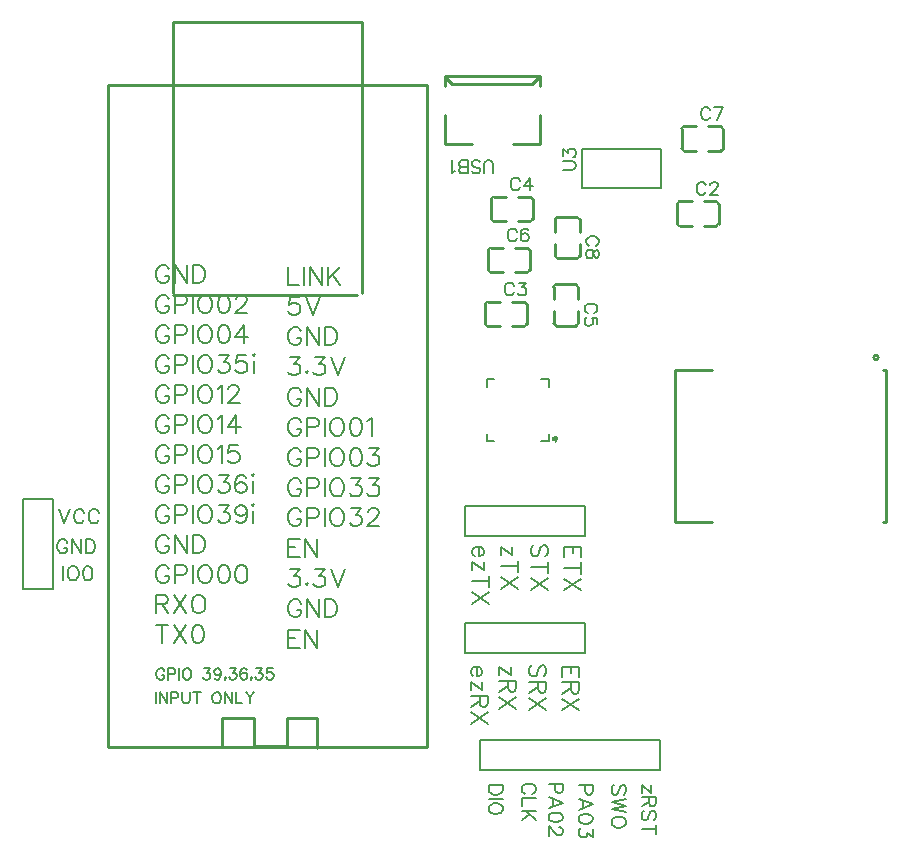
<source format=gto>
G04 Layer: TopSilkLayer*
G04 EasyEDA v6.4.17, 2021-03-16T21:25:48--4:00*
G04 0817081497994772ae9c6ae74964b192,7db2125e4611476bb2993bf99425ef50,10*
G04 Gerber Generator version 0.2*
G04 Scale: 100 percent, Rotated: No, Reflected: No *
G04 Dimensions in inches *
G04 leading zeros omitted , absolute positions ,3 integer and 6 decimal *
%FSLAX36Y36*%
%MOIN*%

%ADD10C,0.0100*%
%ADD31C,0.0080*%
%ADD32C,0.0080*%
%ADD33C,0.0079*%
%ADD34C,0.0079*%
%ADD35C,0.0118*%
%ADD36C,0.0060*%

%LPD*%
D31*
X1954700Y-5085000D02*
G01*
X1907700Y-5085000D01*
X1954700Y-5085000D02*
G01*
X1954700Y-5100700D01*
X1952399Y-5107399D01*
X1947899Y-5111799D01*
X1943500Y-5114099D01*
X1936800Y-5116300D01*
X1925600Y-5116300D01*
X1918900Y-5114099D01*
X1914399Y-5111799D01*
X1909899Y-5107399D01*
X1907700Y-5100700D01*
X1907700Y-5085000D01*
X1954700Y-5131100D02*
G01*
X1907700Y-5131100D01*
X1954700Y-5159299D02*
G01*
X1952399Y-5154800D01*
X1947899Y-5150300D01*
X1943500Y-5148099D01*
X1936800Y-5145799D01*
X1925600Y-5145799D01*
X1918900Y-5148099D01*
X1914399Y-5150300D01*
X1909899Y-5154800D01*
X1907700Y-5159299D01*
X1907700Y-5168200D01*
X1909899Y-5172700D01*
X1914399Y-5177199D01*
X1918900Y-5179400D01*
X1925600Y-5181599D01*
X1936800Y-5181599D01*
X1943500Y-5179400D01*
X1947899Y-5177199D01*
X1952399Y-5172700D01*
X1954700Y-5168200D01*
X1954700Y-5159299D01*
X2053500Y-5113600D02*
G01*
X2057899Y-5111300D01*
X2062399Y-5106799D01*
X2064700Y-5102399D01*
X2064700Y-5093400D01*
X2062399Y-5088899D01*
X2057899Y-5084499D01*
X2053500Y-5082199D01*
X2046800Y-5080000D01*
X2035600Y-5080000D01*
X2028900Y-5082199D01*
X2024399Y-5084499D01*
X2019899Y-5088899D01*
X2017700Y-5093400D01*
X2017700Y-5102399D01*
X2019899Y-5106799D01*
X2024399Y-5111300D01*
X2028900Y-5113600D01*
X2064700Y-5128299D02*
G01*
X2017700Y-5128299D01*
X2017700Y-5128299D02*
G01*
X2017700Y-5155200D01*
X2064700Y-5169899D02*
G01*
X2017700Y-5169899D01*
X2064700Y-5201199D02*
G01*
X2033299Y-5169899D01*
X2044499Y-5181100D02*
G01*
X2017700Y-5201199D01*
X2154700Y-5080000D02*
G01*
X2107700Y-5080000D01*
X2154700Y-5080000D02*
G01*
X2154700Y-5100100D01*
X2152399Y-5106799D01*
X2150200Y-5109099D01*
X2145699Y-5111300D01*
X2138999Y-5111300D01*
X2134499Y-5109099D01*
X2132299Y-5106799D01*
X2130100Y-5100100D01*
X2130100Y-5080000D01*
X2154700Y-5144000D02*
G01*
X2107700Y-5126100D01*
X2154700Y-5144000D02*
G01*
X2107700Y-5161900D01*
X2123299Y-5132800D02*
G01*
X2123299Y-5155200D01*
X2154700Y-5190100D02*
G01*
X2152399Y-5183299D01*
X2145699Y-5178899D01*
X2134499Y-5176599D01*
X2127799Y-5176599D01*
X2116599Y-5178899D01*
X2109899Y-5183299D01*
X2107700Y-5190100D01*
X2107700Y-5194499D01*
X2109899Y-5201199D01*
X2116599Y-5205700D01*
X2127799Y-5208000D01*
X2134499Y-5208000D01*
X2145699Y-5205700D01*
X2152399Y-5201199D01*
X2154700Y-5194499D01*
X2154700Y-5190100D01*
X2143500Y-5225000D02*
G01*
X2145699Y-5225000D01*
X2150200Y-5227199D01*
X2152399Y-5229400D01*
X2154700Y-5233899D01*
X2154700Y-5242800D01*
X2152399Y-5247300D01*
X2150200Y-5249600D01*
X2145699Y-5251799D01*
X2141199Y-5251799D01*
X2136800Y-5249600D01*
X2130100Y-5245100D01*
X2107700Y-5222700D01*
X2107700Y-5254000D01*
X2254700Y-5085000D02*
G01*
X2207700Y-5085000D01*
X2254700Y-5085000D02*
G01*
X2254700Y-5105100D01*
X2252399Y-5111799D01*
X2250200Y-5114099D01*
X2245699Y-5116300D01*
X2238999Y-5116300D01*
X2234499Y-5114099D01*
X2232299Y-5111799D01*
X2230100Y-5105100D01*
X2230100Y-5085000D01*
X2254700Y-5149000D02*
G01*
X2207700Y-5131100D01*
X2254700Y-5149000D02*
G01*
X2207700Y-5166900D01*
X2223299Y-5137800D02*
G01*
X2223299Y-5160200D01*
X2254700Y-5195100D02*
G01*
X2252399Y-5188299D01*
X2245699Y-5183899D01*
X2234499Y-5181599D01*
X2227799Y-5181599D01*
X2216599Y-5183899D01*
X2209899Y-5188299D01*
X2207700Y-5195100D01*
X2207700Y-5199499D01*
X2209899Y-5206199D01*
X2216599Y-5210700D01*
X2227799Y-5213000D01*
X2234499Y-5213000D01*
X2245699Y-5210700D01*
X2252399Y-5206199D01*
X2254700Y-5199499D01*
X2254700Y-5195100D01*
X2254700Y-5232199D02*
G01*
X2254700Y-5256799D01*
X2236800Y-5243400D01*
X2236800Y-5250100D01*
X2234499Y-5254600D01*
X2232299Y-5256799D01*
X2225600Y-5259000D01*
X2221099Y-5259000D01*
X2214399Y-5256799D01*
X2209899Y-5252300D01*
X2207700Y-5245599D01*
X2207700Y-5238899D01*
X2209899Y-5232199D01*
X2212200Y-5230000D01*
X2216599Y-5227700D01*
X2357899Y-5116300D02*
G01*
X2362399Y-5111799D01*
X2364700Y-5105100D01*
X2364700Y-5096199D01*
X2362399Y-5089499D01*
X2357899Y-5085000D01*
X2353500Y-5085000D01*
X2348999Y-5087199D01*
X2346800Y-5089499D01*
X2344499Y-5093899D01*
X2340100Y-5107399D01*
X2337799Y-5111799D01*
X2335600Y-5114099D01*
X2331099Y-5116300D01*
X2324399Y-5116300D01*
X2319899Y-5111799D01*
X2317700Y-5105100D01*
X2317700Y-5096199D01*
X2319899Y-5089499D01*
X2324399Y-5085000D01*
X2364700Y-5131100D02*
G01*
X2317700Y-5142300D01*
X2364700Y-5153499D02*
G01*
X2317700Y-5142300D01*
X2364700Y-5153499D02*
G01*
X2317700Y-5164600D01*
X2364700Y-5175799D02*
G01*
X2317700Y-5164600D01*
X2364700Y-5204000D02*
G01*
X2362399Y-5199499D01*
X2357899Y-5195100D01*
X2353500Y-5192800D01*
X2346800Y-5190599D01*
X2335600Y-5190599D01*
X2328900Y-5192800D01*
X2324399Y-5195100D01*
X2319899Y-5199499D01*
X2317700Y-5204000D01*
X2317700Y-5213000D01*
X2319899Y-5217399D01*
X2324399Y-5221900D01*
X2328900Y-5224099D01*
X2335600Y-5226399D01*
X2346800Y-5226399D01*
X2353500Y-5224099D01*
X2357899Y-5221900D01*
X2362399Y-5217399D01*
X2364700Y-5213000D01*
X2364700Y-5204000D01*
X2448999Y-5109600D02*
G01*
X2417700Y-5085000D01*
X2448999Y-5085000D02*
G01*
X2448999Y-5109600D01*
X2417700Y-5085000D02*
G01*
X2417700Y-5109600D01*
X2464700Y-5124400D02*
G01*
X2417700Y-5124400D01*
X2464700Y-5124400D02*
G01*
X2464700Y-5144499D01*
X2462399Y-5151199D01*
X2460200Y-5153499D01*
X2455699Y-5155700D01*
X2451199Y-5155700D01*
X2446800Y-5153499D01*
X2444499Y-5151199D01*
X2442299Y-5144499D01*
X2442299Y-5124400D01*
X2442299Y-5140000D02*
G01*
X2417700Y-5155700D01*
X2457899Y-5201799D02*
G01*
X2462399Y-5197300D01*
X2464700Y-5190599D01*
X2464700Y-5181599D01*
X2462399Y-5174899D01*
X2457899Y-5170500D01*
X2453500Y-5170500D01*
X2448999Y-5172700D01*
X2446800Y-5174899D01*
X2444499Y-5179400D01*
X2440100Y-5192800D01*
X2437799Y-5197300D01*
X2435600Y-5199499D01*
X2431099Y-5201799D01*
X2424399Y-5201799D01*
X2419899Y-5197300D01*
X2417700Y-5190599D01*
X2417700Y-5181599D01*
X2419899Y-5174899D01*
X2424399Y-5170500D01*
X2464700Y-5232199D02*
G01*
X2417700Y-5232199D01*
X2464700Y-5216500D02*
G01*
X2464700Y-5247800D01*
X2209600Y-4690000D02*
G01*
X2153199Y-4690000D01*
X2209600Y-4690000D02*
G01*
X2209600Y-4724899D01*
X2182700Y-4690000D02*
G01*
X2182700Y-4711500D01*
X2153199Y-4690000D02*
G01*
X2153199Y-4724899D01*
X2209600Y-4742600D02*
G01*
X2153199Y-4742600D01*
X2209600Y-4742600D02*
G01*
X2209600Y-4766799D01*
X2206899Y-4774800D01*
X2204200Y-4777500D01*
X2198900Y-4780200D01*
X2193500Y-4780200D01*
X2188100Y-4777500D01*
X2185399Y-4774800D01*
X2182700Y-4766799D01*
X2182700Y-4742600D01*
X2182700Y-4761399D02*
G01*
X2153199Y-4780200D01*
X2209600Y-4797900D02*
G01*
X2153199Y-4835500D01*
X2209600Y-4835500D02*
G01*
X2153199Y-4797900D01*
X1980799Y-4719499D02*
G01*
X1943199Y-4690000D01*
X1980799Y-4690000D02*
G01*
X1980799Y-4719499D01*
X1943199Y-4690000D02*
G01*
X1943199Y-4719499D01*
X1999600Y-4737199D02*
G01*
X1943199Y-4737199D01*
X1999600Y-4737199D02*
G01*
X1999600Y-4761399D01*
X1996899Y-4769499D01*
X1994200Y-4772100D01*
X1988900Y-4774800D01*
X1983500Y-4774800D01*
X1978100Y-4772100D01*
X1975399Y-4769499D01*
X1972700Y-4761399D01*
X1972700Y-4737199D01*
X1972700Y-4755999D02*
G01*
X1943199Y-4774800D01*
X1999600Y-4792500D02*
G01*
X1943199Y-4830100D01*
X1999600Y-4830100D02*
G01*
X1943199Y-4792500D01*
X1869700Y-4690000D02*
G01*
X1869700Y-4722199D01*
X1875100Y-4722199D01*
X1880399Y-4719499D01*
X1883100Y-4716799D01*
X1885799Y-4711500D01*
X1885799Y-4703400D01*
X1883100Y-4698099D01*
X1877700Y-4692700D01*
X1869700Y-4690000D01*
X1864300Y-4690000D01*
X1856300Y-4692700D01*
X1850900Y-4698099D01*
X1848199Y-4703400D01*
X1848199Y-4711500D01*
X1850900Y-4716799D01*
X1856300Y-4722199D01*
X1885799Y-4769499D02*
G01*
X1848199Y-4739899D01*
X1885799Y-4739899D02*
G01*
X1885799Y-4769499D01*
X1848199Y-4739899D02*
G01*
X1848199Y-4769499D01*
X1904600Y-4787199D02*
G01*
X1848199Y-4787199D01*
X1904600Y-4787199D02*
G01*
X1904600Y-4811300D01*
X1901899Y-4819400D01*
X1899200Y-4822100D01*
X1893900Y-4824800D01*
X1888500Y-4824800D01*
X1883100Y-4822100D01*
X1880399Y-4819400D01*
X1877700Y-4811300D01*
X1877700Y-4787199D01*
X1877700Y-4805999D02*
G01*
X1848199Y-4824800D01*
X1904600Y-4842500D02*
G01*
X1848199Y-4880100D01*
X1904600Y-4880100D02*
G01*
X1848199Y-4842500D01*
X2091499Y-4722600D02*
G01*
X2096899Y-4717199D01*
X2099600Y-4709200D01*
X2099600Y-4698400D01*
X2096899Y-4690400D01*
X2091499Y-4685000D01*
X2086199Y-4685000D01*
X2080799Y-4687700D01*
X2078100Y-4690400D01*
X2075399Y-4695700D01*
X2070100Y-4711799D01*
X2067399Y-4717199D01*
X2064700Y-4719899D01*
X2059300Y-4722600D01*
X2051300Y-4722600D01*
X2045900Y-4717199D01*
X2043199Y-4709200D01*
X2043199Y-4698400D01*
X2045900Y-4690400D01*
X2051300Y-4685000D01*
X2099600Y-4740300D02*
G01*
X2043199Y-4740300D01*
X2099600Y-4740300D02*
G01*
X2099600Y-4764499D01*
X2096899Y-4772500D01*
X2094200Y-4775200D01*
X2088900Y-4777900D01*
X2083500Y-4777900D01*
X2078100Y-4775200D01*
X2075399Y-4772500D01*
X2072700Y-4764499D01*
X2072700Y-4740300D01*
X2072700Y-4759099D02*
G01*
X2043199Y-4777900D01*
X2099600Y-4795599D02*
G01*
X2043199Y-4833200D01*
X2099600Y-4833200D02*
G01*
X2043199Y-4795599D01*
X1874700Y-4290000D02*
G01*
X1874700Y-4322199D01*
X1880100Y-4322199D01*
X1885399Y-4319499D01*
X1888100Y-4316799D01*
X1890799Y-4311500D01*
X1890799Y-4303400D01*
X1888100Y-4298099D01*
X1882700Y-4292700D01*
X1874700Y-4290000D01*
X1869300Y-4290000D01*
X1861300Y-4292700D01*
X1855900Y-4298099D01*
X1853199Y-4303400D01*
X1853199Y-4311500D01*
X1855900Y-4316799D01*
X1861300Y-4322199D01*
X1890799Y-4369499D02*
G01*
X1853199Y-4339899D01*
X1890799Y-4339899D02*
G01*
X1890799Y-4369499D01*
X1853199Y-4339899D02*
G01*
X1853199Y-4369499D01*
X1909600Y-4405999D02*
G01*
X1853199Y-4405999D01*
X1909600Y-4387199D02*
G01*
X1909600Y-4424800D01*
X1909600Y-4442500D02*
G01*
X1853199Y-4480100D01*
X1909600Y-4480100D02*
G01*
X1853199Y-4442500D01*
X1985799Y-4319499D02*
G01*
X1948199Y-4290000D01*
X1985799Y-4290000D02*
G01*
X1985799Y-4319499D01*
X1948199Y-4290000D02*
G01*
X1948199Y-4319499D01*
X2004600Y-4355999D02*
G01*
X1948199Y-4355999D01*
X2004600Y-4337199D02*
G01*
X2004600Y-4374800D01*
X2004600Y-4392500D02*
G01*
X1948199Y-4430100D01*
X2004600Y-4430100D02*
G01*
X1948199Y-4392500D01*
X2096499Y-4322600D02*
G01*
X2101899Y-4317199D01*
X2104600Y-4309200D01*
X2104600Y-4298400D01*
X2101899Y-4290400D01*
X2096499Y-4285000D01*
X2091199Y-4285000D01*
X2085799Y-4287700D01*
X2083100Y-4290400D01*
X2080399Y-4295700D01*
X2075100Y-4311799D01*
X2072399Y-4317199D01*
X2069700Y-4319899D01*
X2064300Y-4322600D01*
X2056300Y-4322600D01*
X2050900Y-4317199D01*
X2048199Y-4309200D01*
X2048199Y-4298400D01*
X2050900Y-4290400D01*
X2056300Y-4285000D01*
X2104600Y-4359099D02*
G01*
X2048199Y-4359099D01*
X2104600Y-4340300D02*
G01*
X2104600Y-4377900D01*
X2104600Y-4395599D02*
G01*
X2048199Y-4433200D01*
X2104600Y-4433200D02*
G01*
X2048199Y-4395599D01*
X2214600Y-4290000D02*
G01*
X2158199Y-4290000D01*
X2214600Y-4290000D02*
G01*
X2214600Y-4324899D01*
X2187700Y-4290000D02*
G01*
X2187700Y-4311500D01*
X2158199Y-4290000D02*
G01*
X2158199Y-4324899D01*
X2214600Y-4361399D02*
G01*
X2158199Y-4361399D01*
X2214600Y-4342600D02*
G01*
X2214600Y-4380200D01*
X2214600Y-4397900D02*
G01*
X2158199Y-4435500D01*
X2214600Y-4435500D02*
G01*
X2158199Y-4397900D01*
X475000Y-4165300D02*
G01*
X492899Y-4212300D01*
X510799Y-4165300D02*
G01*
X492899Y-4212300D01*
X559099Y-4176500D02*
G01*
X556900Y-4172100D01*
X552399Y-4167600D01*
X547899Y-4165300D01*
X539000Y-4165300D01*
X534499Y-4167600D01*
X530000Y-4172100D01*
X527800Y-4176500D01*
X525599Y-4183200D01*
X525599Y-4194400D01*
X527800Y-4201100D01*
X530000Y-4205599D01*
X534499Y-4210100D01*
X539000Y-4212300D01*
X547899Y-4212300D01*
X552399Y-4210100D01*
X556900Y-4205599D01*
X559099Y-4201100D01*
X607399Y-4176500D02*
G01*
X605199Y-4172100D01*
X600700Y-4167600D01*
X596199Y-4165300D01*
X587300Y-4165300D01*
X582800Y-4167600D01*
X578299Y-4172100D01*
X576100Y-4176500D01*
X573899Y-4183200D01*
X573899Y-4194400D01*
X576100Y-4201100D01*
X578299Y-4205599D01*
X582800Y-4210100D01*
X587300Y-4212300D01*
X596199Y-4212300D01*
X600700Y-4210100D01*
X605199Y-4205599D01*
X607399Y-4201100D01*
X503600Y-4276500D02*
G01*
X501300Y-4272100D01*
X496799Y-4267600D01*
X492399Y-4265300D01*
X483400Y-4265300D01*
X478899Y-4267600D01*
X474499Y-4272100D01*
X472199Y-4276500D01*
X470000Y-4283200D01*
X470000Y-4294400D01*
X472199Y-4301100D01*
X474499Y-4305599D01*
X478899Y-4310100D01*
X483400Y-4312300D01*
X492399Y-4312300D01*
X496799Y-4310100D01*
X501300Y-4305599D01*
X503600Y-4301100D01*
X503600Y-4294400D01*
X492399Y-4294400D02*
G01*
X503600Y-4294400D01*
X518299Y-4265300D02*
G01*
X518299Y-4312300D01*
X518299Y-4265300D02*
G01*
X549600Y-4312300D01*
X549600Y-4265300D02*
G01*
X549600Y-4312300D01*
X564400Y-4265300D02*
G01*
X564400Y-4312300D01*
X564400Y-4265300D02*
G01*
X580100Y-4265300D01*
X586799Y-4267600D01*
X591199Y-4272100D01*
X593499Y-4276500D01*
X595700Y-4283200D01*
X595700Y-4294400D01*
X593499Y-4301100D01*
X591199Y-4305599D01*
X586799Y-4310100D01*
X580100Y-4312300D01*
X564400Y-4312300D01*
X490000Y-4355300D02*
G01*
X490000Y-4402300D01*
X518200Y-4355300D02*
G01*
X513699Y-4357600D01*
X509200Y-4362100D01*
X506999Y-4366500D01*
X504800Y-4373200D01*
X504800Y-4384400D01*
X506999Y-4391100D01*
X509200Y-4395599D01*
X513699Y-4400100D01*
X518200Y-4402300D01*
X527100Y-4402300D01*
X531599Y-4400100D01*
X536100Y-4395599D01*
X538299Y-4391100D01*
X540599Y-4384400D01*
X540599Y-4373200D01*
X538299Y-4366500D01*
X536100Y-4362100D01*
X531599Y-4357600D01*
X527100Y-4355300D01*
X518200Y-4355300D01*
X568699Y-4355300D02*
G01*
X561999Y-4357600D01*
X557600Y-4364299D01*
X555300Y-4375500D01*
X555300Y-4382199D01*
X557600Y-4393400D01*
X561999Y-4400100D01*
X568699Y-4402300D01*
X573200Y-4402300D01*
X579899Y-4400100D01*
X584400Y-4393400D01*
X586599Y-4382199D01*
X586599Y-4375500D01*
X584400Y-4364299D01*
X579899Y-4357600D01*
X573200Y-4355300D01*
X568699Y-4355300D01*
D36*
X1922070Y-3045619D02*
G01*
X1922070Y-3014920D01*
X1920069Y-3008820D01*
X1915969Y-3004720D01*
X1909769Y-3002719D01*
X1905670Y-3002719D01*
X1899570Y-3004720D01*
X1895469Y-3008820D01*
X1893469Y-3014920D01*
X1893469Y-3045619D01*
X1851270Y-3039520D02*
G01*
X1855370Y-3043620D01*
X1861570Y-3045619D01*
X1869669Y-3045619D01*
X1875870Y-3043620D01*
X1879970Y-3039520D01*
X1879970Y-3035419D01*
X1877870Y-3031320D01*
X1875870Y-3029220D01*
X1871769Y-3027220D01*
X1859470Y-3023119D01*
X1855370Y-3021120D01*
X1853370Y-3019020D01*
X1851270Y-3014920D01*
X1851270Y-3008820D01*
X1855370Y-3004720D01*
X1861570Y-3002719D01*
X1869669Y-3002719D01*
X1875870Y-3004720D01*
X1879970Y-3008820D01*
X1837770Y-3045619D02*
G01*
X1837770Y-3002719D01*
X1837770Y-3045619D02*
G01*
X1819369Y-3045619D01*
X1813270Y-3043620D01*
X1811170Y-3041520D01*
X1809170Y-3037420D01*
X1809170Y-3033319D01*
X1811170Y-3029220D01*
X1813270Y-3027220D01*
X1819369Y-3025219D01*
X1837770Y-3025219D02*
G01*
X1819369Y-3025219D01*
X1813270Y-3023119D01*
X1811170Y-3021120D01*
X1809170Y-3017020D01*
X1809170Y-3010819D01*
X1811170Y-3006720D01*
X1813270Y-3004720D01*
X1819369Y-3002719D01*
X1837770Y-3002719D01*
X1795670Y-3037420D02*
G01*
X1791570Y-3039520D01*
X1785469Y-3045619D01*
X1785469Y-3002719D01*
X2646329Y-2834800D02*
G01*
X2644229Y-2830700D01*
X2640129Y-2826599D01*
X2636130Y-2824600D01*
X2627929Y-2824600D01*
X2623829Y-2826599D01*
X2619729Y-2830700D01*
X2617629Y-2834800D01*
X2615630Y-2840999D01*
X2615630Y-2851199D01*
X2617629Y-2857300D01*
X2619729Y-2861399D01*
X2623829Y-2865500D01*
X2627929Y-2867500D01*
X2636130Y-2867500D01*
X2640129Y-2865500D01*
X2644229Y-2861399D01*
X2646329Y-2857300D01*
X2688429Y-2824600D02*
G01*
X2668029Y-2867500D01*
X2659830Y-2824600D02*
G01*
X2688429Y-2824600D01*
X2155100Y-3034000D02*
G01*
X2185799Y-3034000D01*
X2191899Y-3031999D01*
X2196000Y-3027899D01*
X2198000Y-3021700D01*
X2198000Y-3017600D01*
X2196000Y-3011500D01*
X2191899Y-3007399D01*
X2185799Y-3005399D01*
X2155100Y-3005399D01*
X2155100Y-2987800D02*
G01*
X2155100Y-2965300D01*
X2171499Y-2977500D01*
X2171499Y-2971399D01*
X2173500Y-2967300D01*
X2175500Y-2965300D01*
X2181700Y-2963200D01*
X2185799Y-2963200D01*
X2191899Y-2965300D01*
X2196000Y-2969400D01*
X2198000Y-2975500D01*
X2198000Y-2981599D01*
X2196000Y-2987800D01*
X2193999Y-2989800D01*
X2189899Y-2991900D01*
D31*
X1240033Y-3356399D02*
G01*
X1240033Y-3416599D01*
X1240033Y-3416599D02*
G01*
X1274434Y-3416599D01*
X1293334Y-3356399D02*
G01*
X1293334Y-3416599D01*
X1312233Y-3356399D02*
G01*
X1312233Y-3416599D01*
X1312233Y-3356399D02*
G01*
X1352233Y-3416599D01*
X1352233Y-3356399D02*
G01*
X1352233Y-3416599D01*
X1371134Y-3356399D02*
G01*
X1371134Y-3416599D01*
X1411234Y-3356399D02*
G01*
X1371134Y-3396500D01*
X1385533Y-3382199D02*
G01*
X1411234Y-3416599D01*
X1274434Y-3457233D02*
G01*
X1245734Y-3457233D01*
X1242933Y-3483033D01*
X1245734Y-3480133D01*
X1254333Y-3477332D01*
X1262933Y-3477332D01*
X1271534Y-3480133D01*
X1277233Y-3485933D01*
X1280133Y-3494533D01*
X1280133Y-3500232D01*
X1277233Y-3508832D01*
X1271534Y-3514533D01*
X1262933Y-3517433D01*
X1254333Y-3517433D01*
X1245734Y-3514533D01*
X1242933Y-3511633D01*
X1240033Y-3505933D01*
X1299034Y-3457233D02*
G01*
X1321934Y-3517433D01*
X1344834Y-3457233D02*
G01*
X1321934Y-3517433D01*
X1282933Y-3572467D02*
G01*
X1280133Y-3566667D01*
X1274434Y-3560967D01*
X1268634Y-3558067D01*
X1257233Y-3558067D01*
X1251534Y-3560967D01*
X1245734Y-3566667D01*
X1242933Y-3572467D01*
X1240033Y-3580967D01*
X1240033Y-3595367D01*
X1242933Y-3603867D01*
X1245734Y-3609666D01*
X1251534Y-3615367D01*
X1257233Y-3618267D01*
X1268634Y-3618267D01*
X1274434Y-3615367D01*
X1280133Y-3609666D01*
X1282933Y-3603867D01*
X1282933Y-3595367D01*
X1268634Y-3595367D02*
G01*
X1282933Y-3595367D01*
X1301833Y-3558067D02*
G01*
X1301833Y-3618267D01*
X1301833Y-3558067D02*
G01*
X1341934Y-3618267D01*
X1341934Y-3558067D02*
G01*
X1341934Y-3618267D01*
X1360834Y-3558067D02*
G01*
X1360834Y-3618267D01*
X1360834Y-3558067D02*
G01*
X1380933Y-3558067D01*
X1389534Y-3560967D01*
X1395234Y-3566667D01*
X1398134Y-3572467D01*
X1400933Y-3580967D01*
X1400933Y-3595367D01*
X1398134Y-3603867D01*
X1395234Y-3609666D01*
X1389534Y-3615367D01*
X1380933Y-3618267D01*
X1360834Y-3618267D01*
X1245734Y-3658899D02*
G01*
X1277233Y-3658899D01*
X1260033Y-3681799D01*
X1268634Y-3681799D01*
X1274434Y-3684699D01*
X1277233Y-3687600D01*
X1280133Y-3696199D01*
X1280133Y-3701900D01*
X1277233Y-3710500D01*
X1271534Y-3716199D01*
X1262933Y-3719099D01*
X1254333Y-3719099D01*
X1245734Y-3716199D01*
X1242933Y-3713299D01*
X1240033Y-3707600D01*
X1301833Y-3704699D02*
G01*
X1299034Y-3707600D01*
X1301833Y-3710500D01*
X1304733Y-3707600D01*
X1301833Y-3704699D01*
X1329333Y-3658899D02*
G01*
X1360834Y-3658899D01*
X1343734Y-3681799D01*
X1352233Y-3681799D01*
X1358033Y-3684699D01*
X1360834Y-3687600D01*
X1363734Y-3696199D01*
X1363734Y-3701900D01*
X1360834Y-3710500D01*
X1355133Y-3716199D01*
X1346534Y-3719099D01*
X1337933Y-3719099D01*
X1329333Y-3716199D01*
X1326534Y-3713299D01*
X1323634Y-3707600D01*
X1382633Y-3658899D02*
G01*
X1405533Y-3719099D01*
X1428433Y-3658899D02*
G01*
X1405533Y-3719099D01*
X1282933Y-3774133D02*
G01*
X1280133Y-3768332D01*
X1274434Y-3762633D01*
X1268634Y-3759733D01*
X1257233Y-3759733D01*
X1251534Y-3762633D01*
X1245734Y-3768332D01*
X1242933Y-3774133D01*
X1240033Y-3782633D01*
X1240033Y-3797033D01*
X1242933Y-3805533D01*
X1245734Y-3811332D01*
X1251534Y-3817033D01*
X1257233Y-3819933D01*
X1268634Y-3819933D01*
X1274434Y-3817033D01*
X1280133Y-3811332D01*
X1282933Y-3805533D01*
X1282933Y-3797033D01*
X1268634Y-3797033D02*
G01*
X1282933Y-3797033D01*
X1301833Y-3759733D02*
G01*
X1301833Y-3819933D01*
X1301833Y-3759733D02*
G01*
X1341934Y-3819933D01*
X1341934Y-3759733D02*
G01*
X1341934Y-3819933D01*
X1360834Y-3759733D02*
G01*
X1360834Y-3819933D01*
X1360834Y-3759733D02*
G01*
X1380933Y-3759733D01*
X1389534Y-3762633D01*
X1395234Y-3768332D01*
X1398134Y-3774133D01*
X1400933Y-3782633D01*
X1400933Y-3797033D01*
X1398134Y-3805533D01*
X1395234Y-3811332D01*
X1389534Y-3817033D01*
X1380933Y-3819933D01*
X1360834Y-3819933D01*
X1282966Y-3874901D02*
G01*
X1280167Y-3869200D01*
X1274367Y-3863501D01*
X1268666Y-3860601D01*
X1257166Y-3860601D01*
X1251467Y-3863501D01*
X1245766Y-3869200D01*
X1242866Y-3874901D01*
X1240066Y-3883501D01*
X1240066Y-3897800D01*
X1242866Y-3906401D01*
X1245766Y-3912100D01*
X1251467Y-3917901D01*
X1257166Y-3920700D01*
X1268666Y-3920700D01*
X1274367Y-3917901D01*
X1280167Y-3912100D01*
X1282966Y-3906401D01*
X1282966Y-3897800D01*
X1268666Y-3897800D02*
G01*
X1282966Y-3897800D01*
X1301867Y-3860601D02*
G01*
X1301867Y-3920700D01*
X1301867Y-3860601D02*
G01*
X1327667Y-3860601D01*
X1336266Y-3863501D01*
X1339066Y-3866300D01*
X1341967Y-3872100D01*
X1341967Y-3880601D01*
X1339066Y-3886401D01*
X1336266Y-3889200D01*
X1327667Y-3892100D01*
X1301867Y-3892100D01*
X1360866Y-3860601D02*
G01*
X1360866Y-3920700D01*
X1396967Y-3860601D02*
G01*
X1391166Y-3863501D01*
X1385466Y-3869200D01*
X1382667Y-3874901D01*
X1379767Y-3883501D01*
X1379767Y-3897800D01*
X1382667Y-3906401D01*
X1385466Y-3912100D01*
X1391166Y-3917901D01*
X1396967Y-3920700D01*
X1408366Y-3920700D01*
X1414166Y-3917901D01*
X1419867Y-3912100D01*
X1422667Y-3906401D01*
X1425567Y-3897800D01*
X1425567Y-3883501D01*
X1422667Y-3874901D01*
X1419867Y-3869200D01*
X1414166Y-3863501D01*
X1408366Y-3860601D01*
X1396967Y-3860601D01*
X1461666Y-3860601D02*
G01*
X1453067Y-3863501D01*
X1447367Y-3872100D01*
X1444467Y-3886401D01*
X1444467Y-3895001D01*
X1447367Y-3909301D01*
X1453067Y-3917901D01*
X1461666Y-3920700D01*
X1467367Y-3920700D01*
X1475967Y-3917901D01*
X1481666Y-3909301D01*
X1484566Y-3895001D01*
X1484566Y-3886401D01*
X1481666Y-3872100D01*
X1475967Y-3863501D01*
X1467367Y-3860601D01*
X1461666Y-3860601D01*
X1503467Y-3872100D02*
G01*
X1509166Y-3869200D01*
X1517767Y-3860601D01*
X1517767Y-3920700D01*
X1282933Y-3975734D02*
G01*
X1280133Y-3970034D01*
X1274434Y-3964333D01*
X1268634Y-3961433D01*
X1257233Y-3961433D01*
X1251534Y-3964333D01*
X1245734Y-3970034D01*
X1242933Y-3975734D01*
X1240033Y-3984333D01*
X1240033Y-3998634D01*
X1242933Y-4007233D01*
X1245734Y-4012934D01*
X1251534Y-4018733D01*
X1257233Y-4021534D01*
X1268634Y-4021534D01*
X1274434Y-4018733D01*
X1280133Y-4012934D01*
X1282933Y-4007233D01*
X1282933Y-3998634D01*
X1268634Y-3998634D02*
G01*
X1282933Y-3998634D01*
X1301833Y-3961433D02*
G01*
X1301833Y-4021534D01*
X1301833Y-3961433D02*
G01*
X1327633Y-3961433D01*
X1336234Y-3964333D01*
X1339134Y-3967134D01*
X1341934Y-3972934D01*
X1341934Y-3981433D01*
X1339134Y-3987233D01*
X1336234Y-3990034D01*
X1327633Y-3992934D01*
X1301833Y-3992934D01*
X1360834Y-3961433D02*
G01*
X1360834Y-4021534D01*
X1396934Y-3961433D02*
G01*
X1391234Y-3964333D01*
X1385533Y-3970034D01*
X1382633Y-3975734D01*
X1379733Y-3984333D01*
X1379733Y-3998634D01*
X1382633Y-4007233D01*
X1385533Y-4012934D01*
X1391234Y-4018733D01*
X1396934Y-4021534D01*
X1408433Y-4021534D01*
X1414134Y-4018733D01*
X1419834Y-4012934D01*
X1422734Y-4007233D01*
X1425533Y-3998634D01*
X1425533Y-3984333D01*
X1422734Y-3975734D01*
X1419834Y-3970034D01*
X1414134Y-3964333D01*
X1408433Y-3961433D01*
X1396934Y-3961433D01*
X1461634Y-3961433D02*
G01*
X1453033Y-3964333D01*
X1447334Y-3972934D01*
X1444434Y-3987233D01*
X1444434Y-3995834D01*
X1447334Y-4010133D01*
X1453033Y-4018733D01*
X1461634Y-4021534D01*
X1467334Y-4021534D01*
X1475933Y-4018733D01*
X1481733Y-4010133D01*
X1484534Y-3995834D01*
X1484534Y-3987233D01*
X1481733Y-3972934D01*
X1475933Y-3964333D01*
X1467334Y-3961433D01*
X1461634Y-3961433D01*
X1509134Y-3961433D02*
G01*
X1540634Y-3961433D01*
X1523533Y-3984333D01*
X1532133Y-3984333D01*
X1537834Y-3987233D01*
X1540634Y-3990034D01*
X1543533Y-3998634D01*
X1543533Y-4004434D01*
X1540634Y-4012934D01*
X1534934Y-4018733D01*
X1526333Y-4021534D01*
X1517734Y-4021534D01*
X1509134Y-4018733D01*
X1506333Y-4015834D01*
X1503433Y-4010133D01*
X1283001Y-4076567D02*
G01*
X1280101Y-4070866D01*
X1274400Y-4065167D01*
X1268701Y-4062267D01*
X1257200Y-4062267D01*
X1251500Y-4065167D01*
X1245801Y-4070866D01*
X1242901Y-4076567D01*
X1240001Y-4085167D01*
X1240001Y-4099466D01*
X1242901Y-4108067D01*
X1245801Y-4113766D01*
X1251500Y-4119567D01*
X1257200Y-4122366D01*
X1268701Y-4122366D01*
X1274400Y-4119567D01*
X1280101Y-4113766D01*
X1283001Y-4108067D01*
X1283001Y-4099466D01*
X1268701Y-4099466D02*
G01*
X1283001Y-4099466D01*
X1301900Y-4062267D02*
G01*
X1301900Y-4122366D01*
X1301900Y-4062267D02*
G01*
X1327601Y-4062267D01*
X1336201Y-4065167D01*
X1339101Y-4067966D01*
X1342001Y-4073766D01*
X1342001Y-4082267D01*
X1339101Y-4088067D01*
X1336201Y-4090866D01*
X1327601Y-4093766D01*
X1301900Y-4093766D01*
X1360901Y-4062267D02*
G01*
X1360901Y-4122366D01*
X1396900Y-4062267D02*
G01*
X1391201Y-4065167D01*
X1385501Y-4070866D01*
X1382601Y-4076567D01*
X1379800Y-4085167D01*
X1379800Y-4099466D01*
X1382601Y-4108067D01*
X1385501Y-4113766D01*
X1391201Y-4119567D01*
X1396900Y-4122366D01*
X1408401Y-4122366D01*
X1414101Y-4119567D01*
X1419800Y-4113766D01*
X1422700Y-4108067D01*
X1425600Y-4099466D01*
X1425600Y-4085167D01*
X1422700Y-4076567D01*
X1419800Y-4070866D01*
X1414101Y-4065167D01*
X1408401Y-4062267D01*
X1396900Y-4062267D01*
X1450200Y-4062267D02*
G01*
X1481701Y-4062267D01*
X1464501Y-4085167D01*
X1473100Y-4085167D01*
X1478801Y-4088067D01*
X1481701Y-4090866D01*
X1484601Y-4099466D01*
X1484601Y-4105266D01*
X1481701Y-4113766D01*
X1476000Y-4119567D01*
X1467400Y-4122366D01*
X1458801Y-4122366D01*
X1450200Y-4119567D01*
X1447300Y-4116667D01*
X1444501Y-4110967D01*
X1509201Y-4062267D02*
G01*
X1540700Y-4062267D01*
X1523500Y-4085167D01*
X1532101Y-4085167D01*
X1537800Y-4088067D01*
X1540700Y-4090866D01*
X1543500Y-4099466D01*
X1543500Y-4105266D01*
X1540700Y-4113766D01*
X1535001Y-4119567D01*
X1526400Y-4122366D01*
X1517800Y-4122366D01*
X1509201Y-4119567D01*
X1506301Y-4116667D01*
X1503500Y-4110967D01*
X1282933Y-4175799D02*
G01*
X1280132Y-4170000D01*
X1274332Y-4164299D01*
X1268632Y-4161399D01*
X1257133Y-4161399D01*
X1251432Y-4164299D01*
X1245733Y-4170000D01*
X1242833Y-4175799D01*
X1240033Y-4184299D01*
X1240033Y-4198699D01*
X1242833Y-4207199D01*
X1245733Y-4213000D01*
X1251432Y-4218699D01*
X1257133Y-4221599D01*
X1268632Y-4221599D01*
X1274332Y-4218699D01*
X1280132Y-4213000D01*
X1282933Y-4207199D01*
X1282933Y-4198699D01*
X1268632Y-4198699D02*
G01*
X1282933Y-4198699D01*
X1301832Y-4161399D02*
G01*
X1301832Y-4221599D01*
X1301832Y-4161399D02*
G01*
X1327632Y-4161399D01*
X1336233Y-4164299D01*
X1339032Y-4167199D01*
X1341932Y-4172899D01*
X1341932Y-4181500D01*
X1339032Y-4187199D01*
X1336233Y-4190100D01*
X1327632Y-4192899D01*
X1301832Y-4192899D01*
X1360833Y-4161399D02*
G01*
X1360833Y-4221599D01*
X1396932Y-4161399D02*
G01*
X1391132Y-4164299D01*
X1385433Y-4170000D01*
X1382632Y-4175799D01*
X1379732Y-4184299D01*
X1379732Y-4198699D01*
X1382632Y-4207199D01*
X1385433Y-4213000D01*
X1391132Y-4218699D01*
X1396932Y-4221599D01*
X1408333Y-4221599D01*
X1414133Y-4218699D01*
X1419832Y-4213000D01*
X1422632Y-4207199D01*
X1425532Y-4198699D01*
X1425532Y-4184299D01*
X1422632Y-4175799D01*
X1419832Y-4170000D01*
X1414133Y-4164299D01*
X1408333Y-4161399D01*
X1396932Y-4161399D01*
X1450132Y-4161399D02*
G01*
X1481633Y-4161399D01*
X1464432Y-4184299D01*
X1473032Y-4184299D01*
X1478833Y-4187199D01*
X1481633Y-4190100D01*
X1484533Y-4198699D01*
X1484533Y-4204400D01*
X1481633Y-4213000D01*
X1475933Y-4218699D01*
X1467332Y-4221599D01*
X1458733Y-4221599D01*
X1450132Y-4218699D01*
X1447332Y-4215799D01*
X1444432Y-4210100D01*
X1506333Y-4175799D02*
G01*
X1506333Y-4172899D01*
X1509133Y-4167199D01*
X1512033Y-4164299D01*
X1517732Y-4161399D01*
X1529233Y-4161399D01*
X1534933Y-4164299D01*
X1537732Y-4167199D01*
X1540632Y-4172899D01*
X1540632Y-4178600D01*
X1537732Y-4184299D01*
X1532033Y-4192899D01*
X1503433Y-4221599D01*
X1543532Y-4221599D01*
X1240033Y-4263899D02*
G01*
X1240033Y-4324099D01*
X1240033Y-4263899D02*
G01*
X1277233Y-4263899D01*
X1240033Y-4292600D02*
G01*
X1262933Y-4292600D01*
X1240033Y-4324099D02*
G01*
X1277233Y-4324099D01*
X1296134Y-4263899D02*
G01*
X1296134Y-4324099D01*
X1296134Y-4263899D02*
G01*
X1336234Y-4324099D01*
X1336234Y-4263899D02*
G01*
X1336234Y-4324099D01*
X1245734Y-4364733D02*
G01*
X1277233Y-4364733D01*
X1260033Y-4387633D01*
X1268634Y-4387633D01*
X1274434Y-4390533D01*
X1277233Y-4393433D01*
X1280133Y-4402033D01*
X1280133Y-4407732D01*
X1277233Y-4416333D01*
X1271534Y-4422033D01*
X1262933Y-4424933D01*
X1254333Y-4424933D01*
X1245734Y-4422033D01*
X1242933Y-4419133D01*
X1240033Y-4413433D01*
X1301833Y-4410533D02*
G01*
X1299034Y-4413433D01*
X1301833Y-4416333D01*
X1304733Y-4413433D01*
X1301833Y-4410533D01*
X1329333Y-4364733D02*
G01*
X1360834Y-4364733D01*
X1343734Y-4387633D01*
X1352233Y-4387633D01*
X1358033Y-4390533D01*
X1360834Y-4393433D01*
X1363734Y-4402033D01*
X1363734Y-4407732D01*
X1360834Y-4416333D01*
X1355133Y-4422033D01*
X1346534Y-4424933D01*
X1337933Y-4424933D01*
X1329333Y-4422033D01*
X1326534Y-4419133D01*
X1323634Y-4413433D01*
X1382633Y-4364733D02*
G01*
X1405533Y-4424933D01*
X1428433Y-4364733D02*
G01*
X1405533Y-4424933D01*
X1282933Y-4479967D02*
G01*
X1280133Y-4474167D01*
X1274434Y-4468467D01*
X1268634Y-4465567D01*
X1257233Y-4465567D01*
X1251534Y-4468467D01*
X1245734Y-4474167D01*
X1242933Y-4479967D01*
X1240033Y-4488467D01*
X1240033Y-4502867D01*
X1242933Y-4511367D01*
X1245734Y-4517166D01*
X1251534Y-4522867D01*
X1257233Y-4525767D01*
X1268634Y-4525767D01*
X1274434Y-4522867D01*
X1280133Y-4517166D01*
X1282933Y-4511367D01*
X1282933Y-4502867D01*
X1268634Y-4502867D02*
G01*
X1282933Y-4502867D01*
X1301833Y-4465567D02*
G01*
X1301833Y-4525767D01*
X1301833Y-4465567D02*
G01*
X1341934Y-4525767D01*
X1341934Y-4465567D02*
G01*
X1341934Y-4525767D01*
X1360834Y-4465567D02*
G01*
X1360834Y-4525767D01*
X1360834Y-4465567D02*
G01*
X1380933Y-4465567D01*
X1389534Y-4468467D01*
X1395234Y-4474167D01*
X1398134Y-4479967D01*
X1400933Y-4488467D01*
X1400933Y-4502867D01*
X1398134Y-4511367D01*
X1395234Y-4517166D01*
X1389534Y-4522867D01*
X1380933Y-4525767D01*
X1360834Y-4525767D01*
X1240033Y-4566399D02*
G01*
X1240033Y-4626599D01*
X1240033Y-4566399D02*
G01*
X1277233Y-4566399D01*
X1240033Y-4595100D02*
G01*
X1262933Y-4595100D01*
X1240033Y-4626599D02*
G01*
X1277233Y-4626599D01*
X1296134Y-4566399D02*
G01*
X1296134Y-4626599D01*
X1296134Y-4566399D02*
G01*
X1336234Y-4626599D01*
X1336234Y-4566399D02*
G01*
X1336234Y-4626599D01*
X819966Y-4551399D02*
G01*
X819966Y-4611599D01*
X799966Y-4551399D02*
G01*
X840065Y-4551399D01*
X858966Y-4551399D02*
G01*
X899066Y-4611599D01*
X899066Y-4551399D02*
G01*
X858966Y-4611599D01*
X935065Y-4551399D02*
G01*
X926566Y-4554299D01*
X920766Y-4562900D01*
X917965Y-4577199D01*
X917965Y-4585799D01*
X920766Y-4600100D01*
X926566Y-4608699D01*
X935065Y-4611599D01*
X940865Y-4611599D01*
X949466Y-4608699D01*
X955165Y-4600100D01*
X958065Y-4585799D01*
X958065Y-4577199D01*
X955165Y-4562900D01*
X949466Y-4554299D01*
X940865Y-4551399D01*
X935065Y-4551399D01*
X799966Y-4451399D02*
G01*
X799966Y-4511599D01*
X799966Y-4451399D02*
G01*
X825666Y-4451399D01*
X834265Y-4454299D01*
X837165Y-4457199D01*
X840065Y-4462900D01*
X840065Y-4468600D01*
X837165Y-4474299D01*
X834265Y-4477199D01*
X825666Y-4480100D01*
X799966Y-4480100D01*
X819966Y-4480100D02*
G01*
X840065Y-4511599D01*
X858865Y-4451399D02*
G01*
X898966Y-4511599D01*
X898966Y-4451399D02*
G01*
X858865Y-4511599D01*
X935065Y-4451399D02*
G01*
X929366Y-4454299D01*
X923666Y-4460000D01*
X920766Y-4465799D01*
X917866Y-4474299D01*
X917866Y-4488699D01*
X920766Y-4497199D01*
X923666Y-4503000D01*
X929366Y-4508699D01*
X935065Y-4511599D01*
X946566Y-4511599D01*
X952265Y-4508699D01*
X957965Y-4503000D01*
X960865Y-4497199D01*
X963666Y-4488699D01*
X963666Y-4474299D01*
X960865Y-4465799D01*
X957965Y-4460000D01*
X952265Y-4454299D01*
X946566Y-4451399D01*
X935065Y-4451399D01*
X842966Y-4365801D02*
G01*
X840066Y-4360001D01*
X834367Y-4354301D01*
X828666Y-4351401D01*
X817166Y-4351401D01*
X811467Y-4354301D01*
X805766Y-4360001D01*
X802866Y-4365801D01*
X799966Y-4374301D01*
X799966Y-4388701D01*
X802866Y-4397201D01*
X805766Y-4403000D01*
X811467Y-4408701D01*
X817166Y-4411601D01*
X828666Y-4411601D01*
X834367Y-4408701D01*
X840066Y-4403000D01*
X842966Y-4397201D01*
X842966Y-4388701D01*
X828666Y-4388701D02*
G01*
X842966Y-4388701D01*
X861867Y-4351401D02*
G01*
X861867Y-4411601D01*
X861867Y-4351401D02*
G01*
X887566Y-4351401D01*
X896166Y-4354301D01*
X899066Y-4357201D01*
X901967Y-4362901D01*
X901967Y-4371500D01*
X899066Y-4377201D01*
X896166Y-4380101D01*
X887566Y-4382901D01*
X861867Y-4382901D01*
X920866Y-4351401D02*
G01*
X920866Y-4411601D01*
X956867Y-4351401D02*
G01*
X951166Y-4354301D01*
X945466Y-4360001D01*
X942566Y-4365801D01*
X939767Y-4374301D01*
X939767Y-4388701D01*
X942566Y-4397201D01*
X945466Y-4403000D01*
X951166Y-4408701D01*
X956867Y-4411601D01*
X968366Y-4411601D01*
X974066Y-4408701D01*
X979767Y-4403000D01*
X982667Y-4397201D01*
X985567Y-4388701D01*
X985567Y-4374301D01*
X982667Y-4365801D01*
X979767Y-4360001D01*
X974066Y-4354301D01*
X968366Y-4351401D01*
X956867Y-4351401D01*
X1021666Y-4351401D02*
G01*
X1013067Y-4354301D01*
X1007267Y-4362901D01*
X1004467Y-4377201D01*
X1004467Y-4385801D01*
X1007267Y-4400101D01*
X1013067Y-4408701D01*
X1021666Y-4411601D01*
X1027367Y-4411601D01*
X1035967Y-4408701D01*
X1041666Y-4400101D01*
X1044566Y-4385801D01*
X1044566Y-4377201D01*
X1041666Y-4362901D01*
X1035967Y-4354301D01*
X1027367Y-4351401D01*
X1021666Y-4351401D01*
X1080567Y-4351401D02*
G01*
X1071967Y-4354301D01*
X1066266Y-4362901D01*
X1063467Y-4377201D01*
X1063467Y-4385801D01*
X1066266Y-4400101D01*
X1071967Y-4408701D01*
X1080567Y-4411601D01*
X1086367Y-4411601D01*
X1094966Y-4408701D01*
X1100667Y-4400101D01*
X1103467Y-4385801D01*
X1103467Y-4377201D01*
X1100667Y-4362901D01*
X1094966Y-4354301D01*
X1086367Y-4351401D01*
X1080567Y-4351401D01*
X842866Y-4265801D02*
G01*
X840066Y-4260001D01*
X834367Y-4254301D01*
X828567Y-4251401D01*
X817166Y-4251401D01*
X811467Y-4254301D01*
X805667Y-4260001D01*
X802866Y-4265801D01*
X799966Y-4274301D01*
X799966Y-4288701D01*
X802866Y-4297201D01*
X805667Y-4303000D01*
X811467Y-4308701D01*
X817166Y-4311601D01*
X828567Y-4311601D01*
X834367Y-4308701D01*
X840066Y-4303000D01*
X842866Y-4297201D01*
X842866Y-4288701D01*
X828567Y-4288701D02*
G01*
X842866Y-4288701D01*
X861766Y-4251401D02*
G01*
X861766Y-4311601D01*
X861766Y-4251401D02*
G01*
X901867Y-4311601D01*
X901867Y-4251401D02*
G01*
X901867Y-4311601D01*
X920766Y-4251401D02*
G01*
X920766Y-4311601D01*
X920766Y-4251401D02*
G01*
X940866Y-4251401D01*
X949467Y-4254301D01*
X955167Y-4260001D01*
X958067Y-4265801D01*
X960866Y-4274301D01*
X960866Y-4288701D01*
X958067Y-4297201D01*
X955167Y-4303000D01*
X949467Y-4308701D01*
X940866Y-4311601D01*
X920766Y-4311601D01*
X842929Y-4165734D02*
G01*
X840029Y-4160034D01*
X834329Y-4154333D01*
X828530Y-4151433D01*
X817129Y-4151433D01*
X811430Y-4154333D01*
X805630Y-4160034D01*
X802830Y-4165734D01*
X799930Y-4174333D01*
X799930Y-4188634D01*
X802830Y-4197233D01*
X805630Y-4202934D01*
X811430Y-4208733D01*
X817129Y-4211534D01*
X828530Y-4211534D01*
X834329Y-4208733D01*
X840029Y-4202934D01*
X842929Y-4197233D01*
X842929Y-4188634D01*
X828530Y-4188634D02*
G01*
X842929Y-4188634D01*
X861729Y-4151433D02*
G01*
X861729Y-4211534D01*
X861729Y-4151433D02*
G01*
X887529Y-4151433D01*
X896130Y-4154333D01*
X899030Y-4157134D01*
X901829Y-4162934D01*
X901829Y-4171433D01*
X899030Y-4177233D01*
X896130Y-4180034D01*
X887529Y-4182934D01*
X861729Y-4182934D01*
X920730Y-4151433D02*
G01*
X920730Y-4211534D01*
X956829Y-4151433D02*
G01*
X951130Y-4154333D01*
X945429Y-4160034D01*
X942529Y-4165734D01*
X939629Y-4174333D01*
X939629Y-4188634D01*
X942529Y-4197233D01*
X945429Y-4202934D01*
X951130Y-4208733D01*
X956829Y-4211534D01*
X968329Y-4211534D01*
X974030Y-4208733D01*
X979729Y-4202934D01*
X982629Y-4197233D01*
X985429Y-4188634D01*
X985429Y-4174333D01*
X982629Y-4165734D01*
X979729Y-4160034D01*
X974030Y-4154333D01*
X968329Y-4151433D01*
X956829Y-4151433D01*
X1010129Y-4151433D02*
G01*
X1041629Y-4151433D01*
X1024430Y-4174333D01*
X1033029Y-4174333D01*
X1038729Y-4177233D01*
X1041629Y-4180034D01*
X1044430Y-4188634D01*
X1044430Y-4194434D01*
X1041629Y-4202934D01*
X1035829Y-4208733D01*
X1027229Y-4211534D01*
X1018729Y-4211534D01*
X1010129Y-4208733D01*
X1007229Y-4205834D01*
X1004329Y-4200133D01*
X1100529Y-4171433D02*
G01*
X1097730Y-4180034D01*
X1092030Y-4185834D01*
X1083429Y-4188634D01*
X1080529Y-4188634D01*
X1071930Y-4185834D01*
X1066229Y-4180034D01*
X1063329Y-4171433D01*
X1063329Y-4168634D01*
X1066229Y-4160034D01*
X1071930Y-4154333D01*
X1080529Y-4151433D01*
X1083429Y-4151433D01*
X1092030Y-4154333D01*
X1097730Y-4160034D01*
X1100529Y-4171433D01*
X1100529Y-4185834D01*
X1097730Y-4200133D01*
X1092030Y-4208733D01*
X1083429Y-4211534D01*
X1077629Y-4211534D01*
X1069129Y-4208733D01*
X1066229Y-4202934D01*
X1119430Y-4151433D02*
G01*
X1122330Y-4154333D01*
X1125230Y-4151433D01*
X1122330Y-4148533D01*
X1119430Y-4151433D01*
X1122330Y-4171433D02*
G01*
X1122330Y-4211534D01*
X842996Y-4065799D02*
G01*
X840096Y-4060000D01*
X834395Y-4054299D01*
X828595Y-4051399D01*
X817196Y-4051399D01*
X811495Y-4054299D01*
X805695Y-4060000D01*
X802896Y-4065799D01*
X799996Y-4074299D01*
X799996Y-4088699D01*
X802896Y-4097199D01*
X805695Y-4103000D01*
X811495Y-4108699D01*
X817196Y-4111599D01*
X828595Y-4111599D01*
X834395Y-4108699D01*
X840096Y-4103000D01*
X842996Y-4097199D01*
X842996Y-4088699D01*
X828595Y-4088699D02*
G01*
X842996Y-4088699D01*
X861796Y-4051399D02*
G01*
X861796Y-4111599D01*
X861796Y-4051399D02*
G01*
X887596Y-4051399D01*
X896195Y-4054299D01*
X899095Y-4057199D01*
X901895Y-4062899D01*
X901895Y-4071500D01*
X899095Y-4077199D01*
X896195Y-4080100D01*
X887596Y-4082899D01*
X861796Y-4082899D01*
X920796Y-4051399D02*
G01*
X920796Y-4111599D01*
X956895Y-4051399D02*
G01*
X951195Y-4054299D01*
X945496Y-4060000D01*
X942596Y-4065799D01*
X939696Y-4074299D01*
X939696Y-4088699D01*
X942596Y-4097199D01*
X945496Y-4103000D01*
X951195Y-4108699D01*
X956895Y-4111599D01*
X968396Y-4111599D01*
X974095Y-4108699D01*
X979795Y-4103000D01*
X982695Y-4097199D01*
X985496Y-4088699D01*
X985496Y-4074299D01*
X982695Y-4065799D01*
X979795Y-4060000D01*
X974095Y-4054299D01*
X968396Y-4051399D01*
X956895Y-4051399D01*
X1010195Y-4051399D02*
G01*
X1041696Y-4051399D01*
X1024495Y-4074299D01*
X1033095Y-4074299D01*
X1038796Y-4077199D01*
X1041696Y-4080100D01*
X1044495Y-4088699D01*
X1044495Y-4094400D01*
X1041696Y-4103000D01*
X1035896Y-4108699D01*
X1027295Y-4111599D01*
X1018796Y-4111599D01*
X1010195Y-4108699D01*
X1007295Y-4105799D01*
X1004395Y-4100100D01*
X1097795Y-4060000D02*
G01*
X1094895Y-4054299D01*
X1086296Y-4051399D01*
X1080595Y-4051399D01*
X1071995Y-4054299D01*
X1066296Y-4062899D01*
X1063396Y-4077199D01*
X1063396Y-4091500D01*
X1066296Y-4103000D01*
X1071995Y-4108699D01*
X1080595Y-4111599D01*
X1083495Y-4111599D01*
X1092096Y-4108699D01*
X1097795Y-4103000D01*
X1100595Y-4094400D01*
X1100595Y-4091500D01*
X1097795Y-4082899D01*
X1092096Y-4077199D01*
X1083495Y-4074299D01*
X1080595Y-4074299D01*
X1071995Y-4077199D01*
X1066296Y-4082899D01*
X1063396Y-4091500D01*
X1119495Y-4051399D02*
G01*
X1122395Y-4054299D01*
X1125295Y-4051399D01*
X1122395Y-4048600D01*
X1119495Y-4051399D01*
X1122395Y-4071500D02*
G01*
X1122395Y-4111599D01*
X842866Y-3965803D02*
G01*
X840066Y-3960003D01*
X834367Y-3954303D01*
X828567Y-3951403D01*
X817166Y-3951403D01*
X811467Y-3954303D01*
X805667Y-3960003D01*
X802866Y-3965803D01*
X799966Y-3974303D01*
X799966Y-3988703D01*
X802866Y-3997202D01*
X805667Y-4003002D01*
X811467Y-4008703D01*
X817166Y-4011603D01*
X828567Y-4011603D01*
X834367Y-4008703D01*
X840066Y-4003002D01*
X842866Y-3997202D01*
X842866Y-3988703D01*
X828567Y-3988703D02*
G01*
X842866Y-3988703D01*
X861766Y-3951403D02*
G01*
X861766Y-4011603D01*
X861766Y-3951403D02*
G01*
X887566Y-3951403D01*
X896166Y-3954303D01*
X899066Y-3957202D01*
X901867Y-3962903D01*
X901867Y-3971502D01*
X899066Y-3977202D01*
X896166Y-3980102D01*
X887566Y-3982903D01*
X861766Y-3982903D01*
X920766Y-3951403D02*
G01*
X920766Y-4011603D01*
X956867Y-3951403D02*
G01*
X951166Y-3954303D01*
X945466Y-3960003D01*
X942566Y-3965803D01*
X939666Y-3974303D01*
X939666Y-3988703D01*
X942566Y-3997202D01*
X945466Y-4003002D01*
X951166Y-4008703D01*
X956867Y-4011603D01*
X968366Y-4011603D01*
X974066Y-4008703D01*
X979767Y-4003002D01*
X982667Y-3997202D01*
X985466Y-3988703D01*
X985466Y-3974303D01*
X982667Y-3965803D01*
X979767Y-3960003D01*
X974066Y-3954303D01*
X968366Y-3951403D01*
X956867Y-3951403D01*
X1004367Y-3962903D02*
G01*
X1010167Y-3960003D01*
X1018766Y-3951403D01*
X1018766Y-4011603D01*
X1071967Y-3951403D02*
G01*
X1043366Y-3951403D01*
X1040466Y-3977202D01*
X1043366Y-3974303D01*
X1051967Y-3971502D01*
X1060567Y-3971502D01*
X1069066Y-3974303D01*
X1074867Y-3980102D01*
X1077667Y-3988703D01*
X1077667Y-3994403D01*
X1074867Y-4003002D01*
X1069066Y-4008703D01*
X1060567Y-4011603D01*
X1051967Y-4011603D01*
X1043366Y-4008703D01*
X1040466Y-4005803D01*
X1037667Y-4000102D01*
X842866Y-3865803D02*
G01*
X840066Y-3860003D01*
X834266Y-3854303D01*
X828567Y-3851403D01*
X817066Y-3851403D01*
X811367Y-3854303D01*
X805667Y-3860003D01*
X802767Y-3865803D01*
X799966Y-3874303D01*
X799966Y-3888703D01*
X802767Y-3897202D01*
X805667Y-3903002D01*
X811367Y-3908703D01*
X817066Y-3911603D01*
X828567Y-3911603D01*
X834266Y-3908703D01*
X840066Y-3903002D01*
X842866Y-3897202D01*
X842866Y-3888703D01*
X828567Y-3888703D02*
G01*
X842866Y-3888703D01*
X861766Y-3851403D02*
G01*
X861766Y-3911603D01*
X861766Y-3851403D02*
G01*
X887566Y-3851403D01*
X896166Y-3854303D01*
X898967Y-3857202D01*
X901867Y-3862903D01*
X901867Y-3871502D01*
X898967Y-3877202D01*
X896166Y-3880102D01*
X887566Y-3882903D01*
X861766Y-3882903D01*
X920766Y-3851403D02*
G01*
X920766Y-3911603D01*
X956867Y-3851403D02*
G01*
X951067Y-3854303D01*
X945366Y-3860003D01*
X942566Y-3865803D01*
X939666Y-3874303D01*
X939666Y-3888703D01*
X942566Y-3897202D01*
X945366Y-3903002D01*
X951067Y-3908703D01*
X956867Y-3911603D01*
X968266Y-3911603D01*
X974066Y-3908703D01*
X979767Y-3903002D01*
X982566Y-3897202D01*
X985466Y-3888703D01*
X985466Y-3874303D01*
X982566Y-3865803D01*
X979767Y-3860003D01*
X974066Y-3854303D01*
X968266Y-3851403D01*
X956867Y-3851403D01*
X1004367Y-3862903D02*
G01*
X1010066Y-3860003D01*
X1018666Y-3851403D01*
X1018666Y-3911603D01*
X1066166Y-3851403D02*
G01*
X1037566Y-3891502D01*
X1080567Y-3891502D01*
X1066166Y-3851403D02*
G01*
X1066166Y-3911603D01*
X842965Y-3765803D02*
G01*
X840065Y-3760003D01*
X834366Y-3754304D01*
X828666Y-3751404D01*
X817165Y-3751404D01*
X811466Y-3754304D01*
X805766Y-3760003D01*
X802866Y-3765803D01*
X799966Y-3774304D01*
X799966Y-3788703D01*
X802866Y-3797204D01*
X805766Y-3803004D01*
X811466Y-3808703D01*
X817165Y-3811604D01*
X828666Y-3811604D01*
X834366Y-3808703D01*
X840065Y-3803004D01*
X842965Y-3797204D01*
X842965Y-3788703D01*
X828666Y-3788703D02*
G01*
X842965Y-3788703D01*
X861866Y-3751404D02*
G01*
X861866Y-3811604D01*
X861866Y-3751404D02*
G01*
X887565Y-3751404D01*
X896166Y-3754304D01*
X899066Y-3757204D01*
X901966Y-3762903D01*
X901966Y-3771504D01*
X899066Y-3777204D01*
X896166Y-3780104D01*
X887565Y-3782903D01*
X861866Y-3782903D01*
X920865Y-3751404D02*
G01*
X920865Y-3811604D01*
X956866Y-3751404D02*
G01*
X951166Y-3754304D01*
X945465Y-3760003D01*
X942565Y-3765803D01*
X939765Y-3774304D01*
X939765Y-3788703D01*
X942565Y-3797204D01*
X945465Y-3803004D01*
X951166Y-3808703D01*
X956866Y-3811604D01*
X968365Y-3811604D01*
X974066Y-3808703D01*
X979765Y-3803004D01*
X982665Y-3797204D01*
X985565Y-3788703D01*
X985565Y-3774304D01*
X982665Y-3765803D01*
X979765Y-3760003D01*
X974066Y-3754304D01*
X968365Y-3751404D01*
X956866Y-3751404D01*
X1004466Y-3762903D02*
G01*
X1010165Y-3760003D01*
X1018765Y-3751404D01*
X1018765Y-3811604D01*
X1040465Y-3765803D02*
G01*
X1040465Y-3762903D01*
X1043365Y-3757204D01*
X1046265Y-3754304D01*
X1051966Y-3751404D01*
X1063465Y-3751404D01*
X1069165Y-3754304D01*
X1071966Y-3757204D01*
X1074866Y-3762903D01*
X1074866Y-3768604D01*
X1071966Y-3774304D01*
X1066265Y-3782903D01*
X1037665Y-3811604D01*
X1077766Y-3811604D01*
X842960Y-3665765D02*
G01*
X840060Y-3660066D01*
X834359Y-3654265D01*
X828559Y-3651466D01*
X817160Y-3651466D01*
X811459Y-3654265D01*
X805659Y-3660066D01*
X802860Y-3665765D01*
X799960Y-3674366D01*
X799960Y-3688665D01*
X802860Y-3697265D01*
X805659Y-3702966D01*
X811459Y-3708665D01*
X817160Y-3711565D01*
X828559Y-3711565D01*
X834359Y-3708665D01*
X840060Y-3702966D01*
X842960Y-3697265D01*
X842960Y-3688665D01*
X828559Y-3688665D02*
G01*
X842960Y-3688665D01*
X861760Y-3651466D02*
G01*
X861760Y-3711565D01*
X861760Y-3651466D02*
G01*
X887560Y-3651466D01*
X896159Y-3654265D01*
X899059Y-3657166D01*
X901859Y-3662865D01*
X901859Y-3671466D01*
X899059Y-3677166D01*
X896159Y-3680066D01*
X887560Y-3682966D01*
X861760Y-3682966D01*
X920760Y-3651466D02*
G01*
X920760Y-3711565D01*
X956859Y-3651466D02*
G01*
X951159Y-3654265D01*
X945460Y-3660066D01*
X942560Y-3665765D01*
X939660Y-3674366D01*
X939660Y-3688665D01*
X942560Y-3697265D01*
X945460Y-3702966D01*
X951159Y-3708665D01*
X956859Y-3711565D01*
X968360Y-3711565D01*
X974059Y-3708665D01*
X979759Y-3702966D01*
X982659Y-3697265D01*
X985460Y-3688665D01*
X985460Y-3674366D01*
X982659Y-3665765D01*
X979759Y-3660066D01*
X974059Y-3654265D01*
X968360Y-3651466D01*
X956859Y-3651466D01*
X1010159Y-3651466D02*
G01*
X1041660Y-3651466D01*
X1024459Y-3674366D01*
X1033059Y-3674366D01*
X1038760Y-3677166D01*
X1041660Y-3680066D01*
X1044459Y-3688665D01*
X1044459Y-3694366D01*
X1041660Y-3702966D01*
X1035860Y-3708665D01*
X1027259Y-3711565D01*
X1018760Y-3711565D01*
X1010159Y-3708665D01*
X1007259Y-3705866D01*
X1004359Y-3700066D01*
X1097759Y-3651466D02*
G01*
X1069160Y-3651466D01*
X1066260Y-3677166D01*
X1069160Y-3674366D01*
X1077659Y-3671466D01*
X1086260Y-3671466D01*
X1094859Y-3674366D01*
X1100559Y-3680066D01*
X1103459Y-3688665D01*
X1103459Y-3694366D01*
X1100559Y-3702966D01*
X1094859Y-3708665D01*
X1086260Y-3711565D01*
X1077659Y-3711565D01*
X1069160Y-3708665D01*
X1066260Y-3705866D01*
X1063360Y-3700066D01*
X1122359Y-3651466D02*
G01*
X1125259Y-3654265D01*
X1128059Y-3651466D01*
X1125259Y-3648566D01*
X1122359Y-3651466D01*
X1125259Y-3671466D02*
G01*
X1125259Y-3711565D01*
X842865Y-3565801D02*
G01*
X840065Y-3560001D01*
X834264Y-3554301D01*
X828564Y-3551401D01*
X817065Y-3551401D01*
X811364Y-3554301D01*
X805664Y-3560001D01*
X802764Y-3565801D01*
X799965Y-3574301D01*
X799965Y-3588701D01*
X802764Y-3597202D01*
X805664Y-3603002D01*
X811364Y-3608701D01*
X817065Y-3611601D01*
X828564Y-3611601D01*
X834264Y-3608701D01*
X840065Y-3603002D01*
X842865Y-3597202D01*
X842865Y-3588701D01*
X828564Y-3588701D02*
G01*
X842865Y-3588701D01*
X861764Y-3551401D02*
G01*
X861764Y-3611601D01*
X861764Y-3551401D02*
G01*
X887565Y-3551401D01*
X896165Y-3554301D01*
X898964Y-3557202D01*
X901864Y-3562901D01*
X901864Y-3571502D01*
X898964Y-3577202D01*
X896165Y-3580102D01*
X887565Y-3582901D01*
X861764Y-3582901D01*
X920765Y-3551401D02*
G01*
X920765Y-3611601D01*
X956864Y-3551401D02*
G01*
X951064Y-3554301D01*
X945365Y-3560001D01*
X942565Y-3565801D01*
X939665Y-3574301D01*
X939665Y-3588701D01*
X942565Y-3597202D01*
X945365Y-3603002D01*
X951064Y-3608701D01*
X956864Y-3611601D01*
X968265Y-3611601D01*
X974065Y-3608701D01*
X979764Y-3603002D01*
X982565Y-3597202D01*
X985465Y-3588701D01*
X985465Y-3574301D01*
X982565Y-3565801D01*
X979764Y-3560001D01*
X974065Y-3554301D01*
X968265Y-3551401D01*
X956864Y-3551401D01*
X1021565Y-3551401D02*
G01*
X1012965Y-3554301D01*
X1007264Y-3562901D01*
X1004364Y-3577202D01*
X1004364Y-3585801D01*
X1007264Y-3600102D01*
X1012965Y-3608701D01*
X1021565Y-3611601D01*
X1027264Y-3611601D01*
X1035865Y-3608701D01*
X1041565Y-3600102D01*
X1044465Y-3585801D01*
X1044465Y-3577202D01*
X1041565Y-3562901D01*
X1035865Y-3554301D01*
X1027264Y-3551401D01*
X1021565Y-3551401D01*
X1091965Y-3551401D02*
G01*
X1063365Y-3591502D01*
X1106265Y-3591502D01*
X1091965Y-3551401D02*
G01*
X1091965Y-3611601D01*
X842965Y-3465799D02*
G01*
X840065Y-3460000D01*
X834366Y-3454299D01*
X828666Y-3451399D01*
X817165Y-3451399D01*
X811466Y-3454299D01*
X805766Y-3460000D01*
X802866Y-3465799D01*
X799966Y-3474299D01*
X799966Y-3488699D01*
X802866Y-3497199D01*
X805766Y-3503000D01*
X811466Y-3508699D01*
X817165Y-3511599D01*
X828666Y-3511599D01*
X834366Y-3508699D01*
X840065Y-3503000D01*
X842965Y-3497199D01*
X842965Y-3488699D01*
X828666Y-3488699D02*
G01*
X842965Y-3488699D01*
X861866Y-3451399D02*
G01*
X861866Y-3511599D01*
X861866Y-3451399D02*
G01*
X887665Y-3451399D01*
X896166Y-3454299D01*
X899066Y-3457199D01*
X901966Y-3462899D01*
X901966Y-3471500D01*
X899066Y-3477199D01*
X896166Y-3480100D01*
X887665Y-3482899D01*
X861866Y-3482899D01*
X920865Y-3451399D02*
G01*
X920865Y-3511599D01*
X956866Y-3451399D02*
G01*
X951166Y-3454299D01*
X945465Y-3460000D01*
X942565Y-3465799D01*
X939765Y-3474299D01*
X939765Y-3488699D01*
X942565Y-3497199D01*
X945465Y-3503000D01*
X951166Y-3508699D01*
X956866Y-3511599D01*
X968365Y-3511599D01*
X974066Y-3508699D01*
X979765Y-3503000D01*
X982665Y-3497199D01*
X985565Y-3488699D01*
X985565Y-3474299D01*
X982665Y-3465799D01*
X979765Y-3460000D01*
X974066Y-3454299D01*
X968365Y-3451399D01*
X956866Y-3451399D01*
X1021665Y-3451399D02*
G01*
X1013065Y-3454299D01*
X1007265Y-3462899D01*
X1004466Y-3477199D01*
X1004466Y-3485799D01*
X1007265Y-3500100D01*
X1013065Y-3508699D01*
X1021665Y-3511599D01*
X1027366Y-3511599D01*
X1035965Y-3508699D01*
X1041665Y-3500100D01*
X1044566Y-3485799D01*
X1044566Y-3477199D01*
X1041665Y-3462899D01*
X1035965Y-3454299D01*
X1027366Y-3451399D01*
X1021665Y-3451399D01*
X1066265Y-3465799D02*
G01*
X1066265Y-3462899D01*
X1069165Y-3457199D01*
X1071966Y-3454299D01*
X1077766Y-3451399D01*
X1089165Y-3451399D01*
X1094966Y-3454299D01*
X1097766Y-3457199D01*
X1100666Y-3462899D01*
X1100666Y-3468600D01*
X1097766Y-3474299D01*
X1092066Y-3482899D01*
X1063465Y-3511599D01*
X1103465Y-3511599D01*
X842866Y-3365799D02*
G01*
X840065Y-3360000D01*
X834366Y-3354299D01*
X828566Y-3351399D01*
X817165Y-3351399D01*
X811466Y-3354299D01*
X805666Y-3360000D01*
X802866Y-3365799D01*
X799966Y-3374299D01*
X799966Y-3388699D01*
X802866Y-3397199D01*
X805666Y-3403000D01*
X811466Y-3408699D01*
X817165Y-3411599D01*
X828566Y-3411599D01*
X834366Y-3408699D01*
X840065Y-3403000D01*
X842866Y-3397199D01*
X842866Y-3388699D01*
X828566Y-3388699D02*
G01*
X842866Y-3388699D01*
X861765Y-3351399D02*
G01*
X861765Y-3411599D01*
X861765Y-3351399D02*
G01*
X901866Y-3411599D01*
X901866Y-3351399D02*
G01*
X901866Y-3411599D01*
X920766Y-3351399D02*
G01*
X920766Y-3411599D01*
X920766Y-3351399D02*
G01*
X940865Y-3351399D01*
X949466Y-3354299D01*
X955165Y-3360000D01*
X958065Y-3365799D01*
X960865Y-3374299D01*
X960865Y-3388699D01*
X958065Y-3397199D01*
X955165Y-3403000D01*
X949466Y-3408699D01*
X940865Y-3411599D01*
X920766Y-3411599D01*
X826800Y-4704200D02*
G01*
X825100Y-4700599D01*
X821499Y-4697100D01*
X817899Y-4695300D01*
X810699Y-4695300D01*
X807200Y-4697100D01*
X803599Y-4700599D01*
X801800Y-4704200D01*
X800000Y-4709600D01*
X800000Y-4718499D01*
X801800Y-4723899D01*
X803599Y-4727500D01*
X807200Y-4731100D01*
X810699Y-4732900D01*
X817899Y-4732900D01*
X821499Y-4731100D01*
X825100Y-4727500D01*
X826800Y-4723899D01*
X826800Y-4718499D01*
X817899Y-4718499D02*
G01*
X826800Y-4718499D01*
X838699Y-4695300D02*
G01*
X838699Y-4732900D01*
X838699Y-4695300D02*
G01*
X854799Y-4695300D01*
X860100Y-4697100D01*
X861899Y-4698899D01*
X863699Y-4702399D01*
X863699Y-4707800D01*
X861899Y-4711399D01*
X860100Y-4713200D01*
X854799Y-4715000D01*
X838699Y-4715000D01*
X875500Y-4695300D02*
G01*
X875500Y-4732900D01*
X898100Y-4695300D02*
G01*
X894499Y-4697100D01*
X890900Y-4700599D01*
X889099Y-4704200D01*
X887299Y-4709600D01*
X887299Y-4718499D01*
X889099Y-4723899D01*
X890900Y-4727500D01*
X894499Y-4731100D01*
X898100Y-4732900D01*
X905200Y-4732900D01*
X908800Y-4731100D01*
X912399Y-4727500D01*
X914200Y-4723899D01*
X916000Y-4718499D01*
X916000Y-4709600D01*
X914200Y-4704200D01*
X912399Y-4700599D01*
X908800Y-4697100D01*
X905200Y-4695300D01*
X898100Y-4695300D01*
X958900Y-4695300D02*
G01*
X978599Y-4695300D01*
X967899Y-4709600D01*
X973199Y-4709600D01*
X976800Y-4711399D01*
X978599Y-4713200D01*
X980399Y-4718499D01*
X980399Y-4722100D01*
X978599Y-4727500D01*
X975000Y-4731100D01*
X969600Y-4732900D01*
X964300Y-4732900D01*
X958900Y-4731100D01*
X957100Y-4729299D01*
X955299Y-4725700D01*
X1015500Y-4707800D02*
G01*
X1013699Y-4713200D01*
X1010100Y-4716700D01*
X1004700Y-4718499D01*
X1002899Y-4718499D01*
X997600Y-4716700D01*
X993999Y-4713200D01*
X992200Y-4707800D01*
X992200Y-4705999D01*
X993999Y-4700599D01*
X997600Y-4697100D01*
X1002899Y-4695300D01*
X1004700Y-4695300D01*
X1010100Y-4697100D01*
X1013699Y-4700599D01*
X1015500Y-4707800D01*
X1015500Y-4716700D01*
X1013699Y-4725700D01*
X1010100Y-4731100D01*
X1004700Y-4732900D01*
X1001099Y-4732900D01*
X995799Y-4731100D01*
X993999Y-4727500D01*
X1030900Y-4725700D02*
G01*
X1029099Y-4727500D01*
X1027299Y-4725700D01*
X1029099Y-4723899D01*
X1030900Y-4725700D01*
X1030900Y-4729299D01*
X1027299Y-4732900D01*
X1046199Y-4695300D02*
G01*
X1065900Y-4695300D01*
X1055200Y-4709600D01*
X1060600Y-4709600D01*
X1064099Y-4711399D01*
X1065900Y-4713200D01*
X1067700Y-4718499D01*
X1067700Y-4722100D01*
X1065900Y-4727500D01*
X1062299Y-4731100D01*
X1056999Y-4732900D01*
X1051599Y-4732900D01*
X1046199Y-4731100D01*
X1044499Y-4729299D01*
X1042700Y-4725700D01*
X1101000Y-4700599D02*
G01*
X1099200Y-4697100D01*
X1093800Y-4695300D01*
X1090299Y-4695300D01*
X1084899Y-4697100D01*
X1081300Y-4702399D01*
X1079499Y-4711399D01*
X1079499Y-4720300D01*
X1081300Y-4727500D01*
X1084899Y-4731100D01*
X1090299Y-4732900D01*
X1092100Y-4732900D01*
X1097399Y-4731100D01*
X1101000Y-4727500D01*
X1102799Y-4722100D01*
X1102799Y-4720300D01*
X1101000Y-4715000D01*
X1097399Y-4711399D01*
X1092100Y-4709600D01*
X1090299Y-4709600D01*
X1084899Y-4711399D01*
X1081300Y-4715000D01*
X1079499Y-4720300D01*
X1118199Y-4725700D02*
G01*
X1116400Y-4727500D01*
X1114600Y-4725700D01*
X1116400Y-4723899D01*
X1118199Y-4725700D01*
X1118199Y-4729299D01*
X1114600Y-4732900D01*
X1133599Y-4695300D02*
G01*
X1153299Y-4695300D01*
X1142500Y-4709600D01*
X1147899Y-4709600D01*
X1151499Y-4711399D01*
X1153299Y-4713200D01*
X1155000Y-4718499D01*
X1155000Y-4722100D01*
X1153299Y-4727500D01*
X1149700Y-4731100D01*
X1144300Y-4732900D01*
X1138900Y-4732900D01*
X1133599Y-4731100D01*
X1131800Y-4729299D01*
X1130000Y-4725700D01*
X1188299Y-4695300D02*
G01*
X1170399Y-4695300D01*
X1168599Y-4711399D01*
X1170399Y-4709600D01*
X1175799Y-4707800D01*
X1181199Y-4707800D01*
X1186499Y-4709600D01*
X1190100Y-4713200D01*
X1191899Y-4718499D01*
X1191899Y-4722100D01*
X1190100Y-4727500D01*
X1186499Y-4731100D01*
X1181199Y-4732900D01*
X1175799Y-4732900D01*
X1170399Y-4731100D01*
X1168599Y-4729299D01*
X1166899Y-4725700D01*
X800000Y-4774600D02*
G01*
X800000Y-4812199D01*
X811800Y-4774600D02*
G01*
X811800Y-4812199D01*
X811800Y-4774600D02*
G01*
X836899Y-4812199D01*
X836899Y-4774600D02*
G01*
X836899Y-4812199D01*
X848699Y-4774600D02*
G01*
X848699Y-4812199D01*
X848699Y-4774600D02*
G01*
X864799Y-4774600D01*
X870200Y-4776399D01*
X871899Y-4778200D01*
X873699Y-4781799D01*
X873699Y-4787199D01*
X871899Y-4790700D01*
X870200Y-4792500D01*
X864799Y-4794299D01*
X848699Y-4794299D01*
X885500Y-4774600D02*
G01*
X885500Y-4801500D01*
X887299Y-4806900D01*
X890900Y-4810400D01*
X896300Y-4812199D01*
X899899Y-4812199D01*
X905200Y-4810400D01*
X908800Y-4806900D01*
X910600Y-4801500D01*
X910600Y-4774600D01*
X934899Y-4774600D02*
G01*
X934899Y-4812199D01*
X922399Y-4774600D02*
G01*
X947500Y-4774600D01*
X997600Y-4774600D02*
G01*
X993999Y-4776399D01*
X990399Y-4780000D01*
X988599Y-4783600D01*
X986800Y-4789000D01*
X986800Y-4797900D01*
X988599Y-4803299D01*
X990399Y-4806900D01*
X993999Y-4810400D01*
X997600Y-4812199D01*
X1004700Y-4812199D01*
X1008299Y-4810400D01*
X1011899Y-4806900D01*
X1013699Y-4803299D01*
X1015500Y-4797900D01*
X1015500Y-4789000D01*
X1013699Y-4783600D01*
X1011899Y-4780000D01*
X1008299Y-4776399D01*
X1004700Y-4774600D01*
X997600Y-4774600D01*
X1027299Y-4774600D02*
G01*
X1027299Y-4812199D01*
X1027299Y-4774600D02*
G01*
X1052299Y-4812199D01*
X1052299Y-4774600D02*
G01*
X1052299Y-4812199D01*
X1064099Y-4774600D02*
G01*
X1064099Y-4812199D01*
X1064099Y-4812199D02*
G01*
X1085600Y-4812199D01*
X1097399Y-4774600D02*
G01*
X1111700Y-4792500D01*
X1111700Y-4812199D01*
X1126099Y-4774600D02*
G01*
X1111700Y-4792500D01*
D36*
X2260200Y-3511329D02*
G01*
X2264300Y-3509229D01*
X2268400Y-3505129D01*
X2270399Y-3501129D01*
X2270399Y-3492930D01*
X2268400Y-3488829D01*
X2264300Y-3484729D01*
X2260200Y-3482629D01*
X2253999Y-3480630D01*
X2243800Y-3480630D01*
X2237700Y-3482629D01*
X2233599Y-3484729D01*
X2229499Y-3488829D01*
X2227500Y-3492930D01*
X2227500Y-3501129D01*
X2229499Y-3505129D01*
X2233599Y-3509229D01*
X2237700Y-3511329D01*
X2270399Y-3549330D02*
G01*
X2270399Y-3528930D01*
X2251999Y-3526830D01*
X2253999Y-3528930D01*
X2256099Y-3535030D01*
X2256099Y-3541129D01*
X2253999Y-3547330D01*
X2250000Y-3551430D01*
X2243800Y-3553429D01*
X2239700Y-3553429D01*
X2233599Y-3551430D01*
X2229499Y-3547330D01*
X2227500Y-3541129D01*
X2227500Y-3535030D01*
X2229499Y-3528930D01*
X2231499Y-3526830D01*
X2235600Y-3524830D01*
X2001329Y-3239800D02*
G01*
X1999229Y-3235700D01*
X1995129Y-3231599D01*
X1991130Y-3229600D01*
X1982929Y-3229600D01*
X1978829Y-3231599D01*
X1974729Y-3235700D01*
X1972629Y-3239800D01*
X1970630Y-3245999D01*
X1970630Y-3256199D01*
X1972629Y-3262300D01*
X1974729Y-3266399D01*
X1978829Y-3270500D01*
X1982929Y-3272500D01*
X1991130Y-3272500D01*
X1995129Y-3270500D01*
X1999229Y-3266399D01*
X2001329Y-3262300D01*
X2039330Y-3235700D02*
G01*
X2037330Y-3231599D01*
X2031130Y-3229600D01*
X2027129Y-3229600D01*
X2020929Y-3231599D01*
X2016830Y-3237800D01*
X2014830Y-3248000D01*
X2014830Y-3258200D01*
X2016830Y-3266399D01*
X2020929Y-3270500D01*
X2027129Y-3272500D01*
X2029129Y-3272500D01*
X2035230Y-3270500D01*
X2039330Y-3266399D01*
X2041430Y-3260300D01*
X2041430Y-3258200D01*
X2039330Y-3252100D01*
X2035230Y-3248000D01*
X2029129Y-3245999D01*
X2027129Y-3245999D01*
X2020929Y-3248000D01*
X2016830Y-3252100D01*
X2014830Y-3258200D01*
X2011329Y-3069800D02*
G01*
X2009229Y-3065700D01*
X2005129Y-3061599D01*
X2001130Y-3059600D01*
X1992929Y-3059600D01*
X1988829Y-3061599D01*
X1984729Y-3065700D01*
X1982629Y-3069800D01*
X1980630Y-3075999D01*
X1980630Y-3086199D01*
X1982629Y-3092300D01*
X1984729Y-3096399D01*
X1988829Y-3100500D01*
X1992929Y-3102500D01*
X2001130Y-3102500D01*
X2005129Y-3100500D01*
X2009229Y-3096399D01*
X2011329Y-3092300D01*
X2045230Y-3059600D02*
G01*
X2024830Y-3088200D01*
X2055529Y-3088200D01*
X2045230Y-3059600D02*
G01*
X2045230Y-3102500D01*
X2265200Y-3286329D02*
G01*
X2269300Y-3284229D01*
X2273400Y-3280129D01*
X2275399Y-3276129D01*
X2275399Y-3267930D01*
X2273400Y-3263829D01*
X2269300Y-3259729D01*
X2265200Y-3257629D01*
X2258999Y-3255630D01*
X2248800Y-3255630D01*
X2242700Y-3257629D01*
X2238599Y-3259729D01*
X2234499Y-3263829D01*
X2232500Y-3267930D01*
X2232500Y-3276129D01*
X2234499Y-3280129D01*
X2238599Y-3284229D01*
X2242700Y-3286329D01*
X2275399Y-3310030D02*
G01*
X2273400Y-3303930D01*
X2269300Y-3301830D01*
X2265200Y-3301830D01*
X2261099Y-3303930D01*
X2258999Y-3308029D01*
X2256999Y-3316129D01*
X2255000Y-3322330D01*
X2250900Y-3326430D01*
X2246800Y-3328429D01*
X2240600Y-3328429D01*
X2236499Y-3326430D01*
X2234499Y-3324330D01*
X2232500Y-3318229D01*
X2232500Y-3310030D01*
X2234499Y-3303930D01*
X2236499Y-3301830D01*
X2240600Y-3299830D01*
X2246800Y-3299830D01*
X2250900Y-3301830D01*
X2255000Y-3305929D01*
X2256999Y-3312130D01*
X2258999Y-3320230D01*
X2261099Y-3324330D01*
X2265200Y-3326430D01*
X2269300Y-3326430D01*
X2273400Y-3324330D01*
X2275399Y-3318229D01*
X2275399Y-3310030D01*
X2631329Y-3084800D02*
G01*
X2629229Y-3080700D01*
X2625129Y-3076599D01*
X2621130Y-3074600D01*
X2612929Y-3074600D01*
X2608829Y-3076599D01*
X2604729Y-3080700D01*
X2602629Y-3084800D01*
X2600630Y-3090999D01*
X2600630Y-3101199D01*
X2602629Y-3107300D01*
X2604729Y-3111399D01*
X2608829Y-3115500D01*
X2612929Y-3117500D01*
X2621130Y-3117500D01*
X2625129Y-3115500D01*
X2629229Y-3111399D01*
X2631329Y-3107300D01*
X2646830Y-3084800D02*
G01*
X2646830Y-3082800D01*
X2648930Y-3078699D01*
X2650929Y-3076599D01*
X2655029Y-3074600D01*
X2663230Y-3074600D01*
X2667330Y-3076599D01*
X2669330Y-3078699D01*
X2671430Y-3082800D01*
X2671430Y-3086900D01*
X2669330Y-3090999D01*
X2665230Y-3097100D01*
X2644830Y-3117500D01*
X2673429Y-3117500D01*
X1991329Y-3419800D02*
G01*
X1989229Y-3415700D01*
X1985129Y-3411599D01*
X1981130Y-3409600D01*
X1972929Y-3409600D01*
X1968829Y-3411599D01*
X1964729Y-3415700D01*
X1962629Y-3419800D01*
X1960630Y-3425999D01*
X1960630Y-3436199D01*
X1962629Y-3442300D01*
X1964729Y-3446399D01*
X1968829Y-3450500D01*
X1972929Y-3452500D01*
X1981130Y-3452500D01*
X1985129Y-3450500D01*
X1989229Y-3446399D01*
X1991329Y-3442300D01*
X2008930Y-3409600D02*
G01*
X2031430Y-3409600D01*
X2019129Y-3425999D01*
X2025230Y-3425999D01*
X2029330Y-3428000D01*
X2031430Y-3430000D01*
X2033429Y-3436199D01*
X2033429Y-3440300D01*
X2031430Y-3446399D01*
X2027330Y-3450500D01*
X2021130Y-3452500D01*
X2015029Y-3452500D01*
X2008930Y-3450500D01*
X2006830Y-3448499D01*
X2004830Y-3444400D01*
D31*
X455000Y-4205000D02*
G01*
X455000Y-4130000D01*
X355000Y-4130000D01*
X355000Y-4430000D01*
X455000Y-4430000D01*
D32*
X455000Y-4430000D02*
G01*
X455000Y-4205000D01*
D10*
X2076300Y-2721979D02*
G01*
X2076300Y-2725909D01*
X2053069Y-2749140D01*
X1763310Y-2721190D02*
G01*
X1763310Y-2725909D01*
X1786540Y-2749140D01*
X1786540Y-2749140D02*
G01*
X2053069Y-2749140D01*
X1762520Y-2721190D02*
G01*
X2077479Y-2721190D01*
X2077479Y-2947959D02*
G01*
X1989549Y-2947959D01*
X1851270Y-2947959D02*
G01*
X1762520Y-2947959D01*
X1762520Y-2947559D02*
G01*
X1762520Y-2851685D01*
X1762520Y-2753694D02*
G01*
X1762520Y-2721190D01*
X2077479Y-2947959D02*
G01*
X2077479Y-2851685D01*
X2077479Y-2753694D02*
G01*
X2077479Y-2721979D01*
X3222446Y-4208937D02*
G01*
X3231062Y-4208937D01*
X2530275Y-4208937D02*
G01*
X2653064Y-4208937D01*
X2653064Y-3701064D02*
G01*
X2530275Y-3701064D01*
X3231062Y-3701064D02*
G01*
X3222446Y-3701064D01*
X3231062Y-4208937D02*
G01*
X3231062Y-3701064D01*
X2530275Y-3701062D02*
G01*
X2530275Y-4208937D01*
X2688899Y-2898503D02*
G01*
X2688899Y-2961496D01*
X2551100Y-2898503D02*
G01*
X2551102Y-2961496D01*
X2639684Y-2970945D02*
G01*
X2681022Y-2970945D01*
X2639684Y-2889054D02*
G01*
X2681022Y-2889054D01*
X2600315Y-2970945D02*
G01*
X2558977Y-2970945D01*
X2600315Y-2889054D02*
G01*
X2558977Y-2889054D01*
X2551100Y-2897719D02*
G01*
X2551100Y-2898503D01*
X2551100Y-2896930D02*
G01*
X2551100Y-2898503D01*
X2551102Y-2963069D02*
G01*
X2551102Y-2961496D01*
X2688899Y-2896930D02*
G01*
X2688899Y-2898503D01*
X2688899Y-2963069D02*
G01*
X2688899Y-2961496D01*
D33*
X2217899Y-2965900D02*
G01*
X2481700Y-2965900D01*
X2481700Y-3093800D01*
X2217899Y-3093800D01*
X2217899Y-2965900D01*
D31*
X2230000Y-4155000D02*
G01*
X2230000Y-4255000D01*
X1830000Y-4255000D01*
X1830000Y-4155000D01*
X1905000Y-4155000D01*
D32*
X2230000Y-4155000D02*
G01*
X1905000Y-4155000D01*
D31*
X2230000Y-4545000D02*
G01*
X2230000Y-4645000D01*
X1830000Y-4645000D01*
X1830000Y-4545000D01*
X1905000Y-4545000D01*
D32*
X2230000Y-4545000D02*
G01*
X1905000Y-4545000D01*
D10*
X1470000Y-3450000D02*
G01*
X855000Y-3450000D01*
X1484961Y-2540000D02*
G01*
X1484961Y-3445511D01*
X855039Y-2540000D02*
G01*
X855039Y-3445511D01*
X1484961Y-2540000D02*
G01*
X855039Y-2540000D01*
X1335000Y-4960000D02*
G01*
X1335000Y-4860000D01*
X1235000Y-4860000D01*
X1235000Y-4955000D01*
X1125000Y-4955000D01*
X1125000Y-4860000D01*
X1020000Y-4860000D01*
X1020000Y-4955000D01*
X1701499Y-2752640D02*
G01*
X1701499Y-4957359D01*
X638510Y-4957359D01*
X638510Y-2752640D01*
X1701499Y-2752640D01*
D34*
X2109332Y-3913748D02*
G01*
X2109332Y-3939337D01*
X2083742Y-3939337D01*
X1900672Y-3913748D02*
G01*
X1900672Y-3939337D01*
X1926261Y-3939337D01*
X1926261Y-3730677D02*
G01*
X1900672Y-3730677D01*
X1900672Y-3756268D01*
X2109332Y-3756268D02*
G01*
X2109332Y-3730677D01*
X2083742Y-3730677D01*
D10*
X2196496Y-3553899D02*
G01*
X2133504Y-3553899D01*
X2196496Y-3416100D02*
G01*
X2133503Y-3416102D01*
X2124054Y-3504684D02*
G01*
X2124054Y-3546023D01*
X2205945Y-3504684D02*
G01*
X2205945Y-3546023D01*
X2124054Y-3465315D02*
G01*
X2124054Y-3423977D01*
X2205945Y-3465315D02*
G01*
X2205945Y-3423977D01*
X2197281Y-3416100D02*
G01*
X2196496Y-3416100D01*
X2198068Y-3416100D02*
G01*
X2196496Y-3416100D01*
X2131930Y-3416102D02*
G01*
X2133503Y-3416102D01*
X2198068Y-3553899D02*
G01*
X2196496Y-3553899D01*
X2131931Y-3553899D02*
G01*
X2133504Y-3553899D01*
X2043899Y-3303503D02*
G01*
X2043899Y-3366496D01*
X1906100Y-3303503D02*
G01*
X1906102Y-3366496D01*
X1994684Y-3375945D02*
G01*
X2036022Y-3375945D01*
X1994684Y-3294054D02*
G01*
X2036022Y-3294054D01*
X1955315Y-3375945D02*
G01*
X1913977Y-3375945D01*
X1955315Y-3294054D02*
G01*
X1913977Y-3294054D01*
X1906100Y-3302719D02*
G01*
X1906100Y-3303503D01*
X1906100Y-3301930D02*
G01*
X1906100Y-3303503D01*
X1906102Y-3368069D02*
G01*
X1906102Y-3366496D01*
X2043899Y-3301930D02*
G01*
X2043899Y-3303503D01*
X2043899Y-3368069D02*
G01*
X2043899Y-3366496D01*
X2053899Y-3133503D02*
G01*
X2053899Y-3196496D01*
X1916100Y-3133503D02*
G01*
X1916102Y-3196496D01*
X2004684Y-3205945D02*
G01*
X2046022Y-3205945D01*
X2004684Y-3124054D02*
G01*
X2046022Y-3124054D01*
X1965315Y-3205945D02*
G01*
X1923977Y-3205945D01*
X1965315Y-3124054D02*
G01*
X1923977Y-3124054D01*
X1916100Y-3132719D02*
G01*
X1916100Y-3133503D01*
X1916100Y-3131930D02*
G01*
X1916100Y-3133503D01*
X1916102Y-3198069D02*
G01*
X1916102Y-3196496D01*
X2053899Y-3131930D02*
G01*
X2053899Y-3133503D01*
X2053899Y-3198069D02*
G01*
X2053899Y-3196496D01*
X2201496Y-3328899D02*
G01*
X2138504Y-3328899D01*
X2201496Y-3191100D02*
G01*
X2138503Y-3191102D01*
X2129054Y-3279684D02*
G01*
X2129054Y-3321023D01*
X2210945Y-3279684D02*
G01*
X2210945Y-3321023D01*
X2129054Y-3240315D02*
G01*
X2129054Y-3198977D01*
X2210945Y-3240315D02*
G01*
X2210945Y-3198977D01*
X2202281Y-3191100D02*
G01*
X2201496Y-3191100D01*
X2203068Y-3191100D02*
G01*
X2201496Y-3191100D01*
X2136930Y-3191102D02*
G01*
X2138503Y-3191102D01*
X2203068Y-3328899D02*
G01*
X2201496Y-3328899D01*
X2136931Y-3328899D02*
G01*
X2138504Y-3328899D01*
X2673899Y-3148503D02*
G01*
X2673899Y-3211496D01*
X2536100Y-3148503D02*
G01*
X2536102Y-3211496D01*
X2624684Y-3220945D02*
G01*
X2666022Y-3220945D01*
X2624684Y-3139054D02*
G01*
X2666022Y-3139054D01*
X2585315Y-3220945D02*
G01*
X2543977Y-3220945D01*
X2585315Y-3139054D02*
G01*
X2543977Y-3139054D01*
X2536100Y-3147719D02*
G01*
X2536100Y-3148503D01*
X2536100Y-3146930D02*
G01*
X2536100Y-3148503D01*
X2536102Y-3213069D02*
G01*
X2536102Y-3211496D01*
X2673899Y-3146930D02*
G01*
X2673899Y-3148503D01*
X2673899Y-3213069D02*
G01*
X2673899Y-3211496D01*
X2033899Y-3483503D02*
G01*
X2033899Y-3546496D01*
X1896100Y-3483503D02*
G01*
X1896102Y-3546496D01*
X1984684Y-3555945D02*
G01*
X2026022Y-3555945D01*
X1984684Y-3474054D02*
G01*
X2026022Y-3474054D01*
X1945315Y-3555945D02*
G01*
X1903977Y-3555945D01*
X1945315Y-3474054D02*
G01*
X1903977Y-3474054D01*
X1896100Y-3482719D02*
G01*
X1896100Y-3483503D01*
X1896100Y-3481930D02*
G01*
X1896100Y-3483503D01*
X1896102Y-3548069D02*
G01*
X1896102Y-3546496D01*
X2033899Y-3481930D02*
G01*
X2033899Y-3483503D01*
X2033899Y-3548069D02*
G01*
X2033899Y-3546496D01*
D31*
X1955000Y-4935000D02*
G01*
X1880000Y-4935000D01*
X1880000Y-5035000D01*
X2480000Y-5035000D01*
X2480000Y-4935000D01*
D32*
X2480000Y-4935000D02*
G01*
X1955000Y-4935000D01*
D10*
G75*
G01*
X2558977Y-2889055D02*
G03*
X2551101Y-2896931I0J-7876D01*
G75*
G01*
X2558977Y-2970945D02*
G02*
X2551102Y-2963070I0J7875D01*
G75*
G01*
X2681023Y-2889055D02*
G02*
X2688899Y-2896931I0J-7876D01*
G75*
G01*
X2681023Y-2970945D02*
G03*
X2688899Y-2963069I0J7876D01*
D35*
G75*
G01*
X2123102Y-3931508D02*
G03*
X2123102Y-3931408I5906J50D01*
D10*
G75*
G01*
X2205945Y-3423977D02*
G03*
X2198069Y-3416101I-7876J0D01*
G75*
G01*
X2124055Y-3423977D02*
G02*
X2131930Y-3416102I7875J0D01*
G75*
G01*
X2205945Y-3546023D02*
G02*
X2198069Y-3553899I-7876J0D01*
G75*
G01*
X2124055Y-3546023D02*
G03*
X2131931Y-3553899I7876J0D01*
G75*
G01*
X1913977Y-3294055D02*
G03*
X1906101Y-3301931I0J-7876D01*
G75*
G01*
X1913977Y-3375945D02*
G02*
X1906102Y-3368070I0J7875D01*
G75*
G01*
X2036023Y-3294055D02*
G02*
X2043899Y-3301931I0J-7876D01*
G75*
G01*
X2036023Y-3375945D02*
G03*
X2043899Y-3368069I0J7876D01*
G75*
G01*
X1923977Y-3124055D02*
G03*
X1916101Y-3131931I0J-7876D01*
G75*
G01*
X1923977Y-3205945D02*
G02*
X1916102Y-3198070I0J7875D01*
G75*
G01*
X2046023Y-3124055D02*
G02*
X2053899Y-3131931I0J-7876D01*
G75*
G01*
X2046023Y-3205945D02*
G03*
X2053899Y-3198069I0J7876D01*
G75*
G01*
X2210945Y-3198977D02*
G03*
X2203069Y-3191101I-7876J0D01*
G75*
G01*
X2129055Y-3198977D02*
G02*
X2136930Y-3191102I7875J0D01*
G75*
G01*
X2210945Y-3321023D02*
G02*
X2203069Y-3328899I-7876J0D01*
G75*
G01*
X2129055Y-3321023D02*
G03*
X2136931Y-3328899I7876J0D01*
G75*
G01*
X2543977Y-3139055D02*
G03*
X2536101Y-3146931I0J-7876D01*
G75*
G01*
X2543977Y-3220945D02*
G02*
X2536102Y-3213070I0J7875D01*
G75*
G01*
X2666023Y-3139055D02*
G02*
X2673899Y-3146931I0J-7876D01*
G75*
G01*
X2666023Y-3220945D02*
G03*
X2673899Y-3213069I0J7876D01*
G75*
G01*
X1903977Y-3474055D02*
G03*
X1896101Y-3481931I0J-7876D01*
G75*
G01*
X1903977Y-3555945D02*
G02*
X1896102Y-3548070I0J7875D01*
G75*
G01*
X2026023Y-3474055D02*
G02*
X2033899Y-3481931I0J-7876D01*
G75*
G01*
X2026023Y-3555945D02*
G03*
X2033899Y-3548069I0J7876D01*
G75*
G01
X3206650Y-3659720D02*
G03X3206650Y-3659720I-7870J0D01*
M02*

</source>
